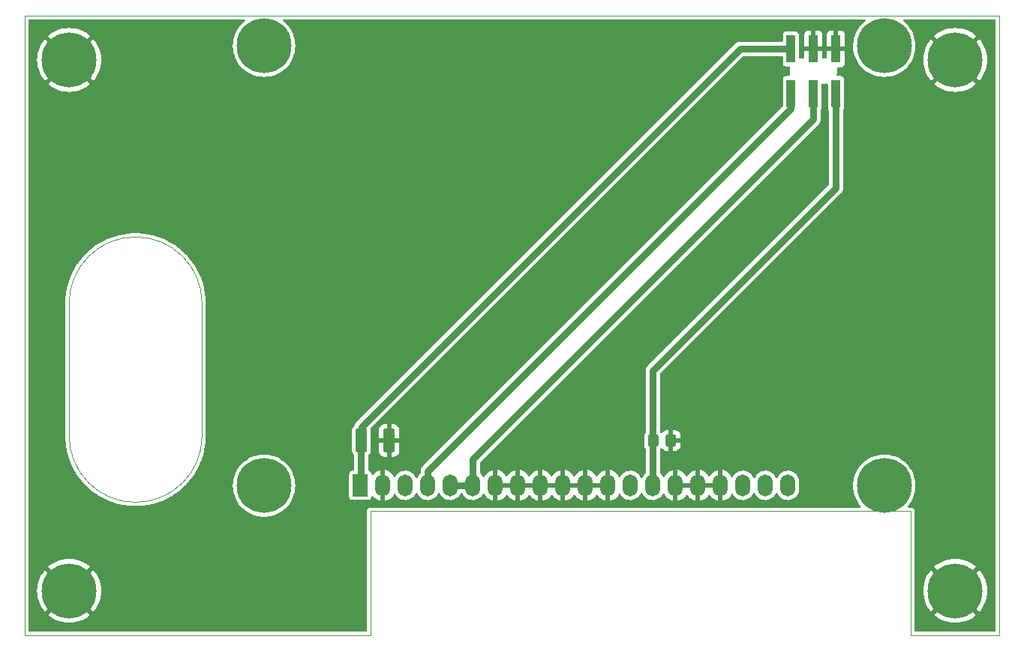
<source format=gbr>
%TF.GenerationSoftware,KiCad,Pcbnew,6.0.6*%
%TF.CreationDate,2023-03-01T19:11:37+01:00*%
%TF.ProjectId,display,64697370-6c61-4792-9e6b-696361645f70,rev?*%
%TF.SameCoordinates,Original*%
%TF.FileFunction,Copper,L2,Bot*%
%TF.FilePolarity,Positive*%
%FSLAX46Y46*%
G04 Gerber Fmt 4.6, Leading zero omitted, Abs format (unit mm)*
G04 Created by KiCad (PCBNEW 6.0.6) date 2023-03-01 19:11:37*
%MOMM*%
%LPD*%
G01*
G04 APERTURE LIST*
%TA.AperFunction,Profile*%
%ADD10C,0.100000*%
%TD*%
%TA.AperFunction,ComponentPad*%
%ADD11C,6.200000*%
%TD*%
%TA.AperFunction,ComponentPad*%
%ADD12R,1.700000X2.500000*%
%TD*%
%TA.AperFunction,ComponentPad*%
%ADD13O,1.700000X2.500000*%
%TD*%
%TA.AperFunction,SMDPad,CuDef*%
%ADD14R,1.000000X3.150000*%
%TD*%
%TA.AperFunction,Conductor*%
%ADD15C,0.800000*%
%TD*%
G04 APERTURE END LIST*
D10*
X70000000Y-112500000D02*
G75*
G03*
X55000000Y-112500000I-7500000J0D01*
G01*
X55000000Y-127500000D02*
G75*
G03*
X70000000Y-127500000I7500000J0D01*
G01*
X55000000Y-112500000D02*
X55000000Y-127500000D01*
X70000000Y-112500000D02*
X70000000Y-127500000D01*
X160000000Y-150000000D02*
X150000000Y-150000000D01*
X150000000Y-136000000D01*
X89000000Y-136000000D01*
X89000000Y-150000000D01*
X50000000Y-150000000D01*
X50000000Y-80000000D01*
X160000000Y-80000000D01*
X160000000Y-150000000D01*
D11*
%TO.P,H3,1,1*%
%TO.N,GND*%
X155000000Y-145000000D03*
%TD*%
%TO.P,DI1,*%
%TO.N,*%
X147000000Y-83410000D03*
X77000000Y-83410000D03*
X77000000Y-133110000D03*
X147000000Y-133110000D03*
D12*
%TO.P,DI1,1,VDD*%
%TO.N,+5V*%
X87862500Y-133080000D03*
D13*
%TO.P,DI1,2,VSS*%
%TO.N,GND*%
X90402500Y-133080000D03*
%TO.P,DI1,3,NC*%
%TO.N,unconnected-(DI1-Pad3)*%
X92942500Y-133080000D03*
%TO.P,DI1,4,DB0*%
%TO.N,/SCL*%
X95482500Y-133080000D03*
%TO.P,DI1,5,DB1*%
%TO.N,/SDA*%
X98022500Y-133080000D03*
%TO.P,DI1,6,DB2*%
X100562500Y-133080000D03*
%TO.P,DI1,7,DB3*%
%TO.N,GND*%
X103102500Y-133080000D03*
%TO.P,DI1,8,DB4*%
X105642500Y-133080000D03*
%TO.P,DI1,9,DB5*%
X108182500Y-133080000D03*
%TO.P,DI1,10,DB6*%
X110722500Y-133080000D03*
%TO.P,DI1,11,DB7*%
X113262500Y-133080000D03*
%TO.P,DI1,12,~{CS}*%
X115802500Y-133080000D03*
%TO.P,DI1,13,NC*%
%TO.N,unconnected-(DI1-Pad13)*%
X118342500Y-133080000D03*
%TO.P,DI1,14,~{RESET}*%
%TO.N,/~{RST_DISP}*%
X120882500Y-133080000D03*
%TO.P,DI1,15,WR*%
%TO.N,GND*%
X123422500Y-133080000D03*
%TO.P,DI1,16,RS*%
X125962500Y-133080000D03*
%TO.P,DI1,17,RD*%
X128502500Y-133080000D03*
%TO.P,DI1,18,NC*%
%TO.N,unconnected-(DI1-Pad18)*%
X131042500Y-133080000D03*
%TO.P,DI1,19,DISP*%
%TO.N,unconnected-(DI1-Pad19)*%
X133582500Y-133080000D03*
%TO.P,DI1,20,NC*%
%TO.N,unconnected-(DI1-Pad20)*%
X136122500Y-133080000D03*
%TD*%
D11*
%TO.P,H2,1,1*%
%TO.N,GND*%
X55000000Y-85000000D03*
%TD*%
%TO.P,H1,1,1*%
%TO.N,GND*%
X55000000Y-145000000D03*
%TD*%
%TO.P,H4,1,1*%
%TO.N,GND*%
X155000000Y-85000000D03*
%TD*%
%TO.P,R1,1*%
%TO.N,/~{RST_DISP}*%
%TA.AperFunction,SMDPad,CuDef*%
G36*
G01*
X120320000Y-128466000D02*
X120320000Y-127566000D01*
G75*
G02*
X120570000Y-127316000I250000J0D01*
G01*
X121270000Y-127316000D01*
G75*
G02*
X121520000Y-127566000I0J-250000D01*
G01*
X121520000Y-128466000D01*
G75*
G02*
X121270000Y-128716000I-250000J0D01*
G01*
X120570000Y-128716000D01*
G75*
G02*
X120320000Y-128466000I0J250000D01*
G01*
G37*
%TD.AperFunction*%
%TO.P,R1,2*%
%TO.N,GND*%
%TA.AperFunction,SMDPad,CuDef*%
G36*
G01*
X122320000Y-128466000D02*
X122320000Y-127566000D01*
G75*
G02*
X122570000Y-127316000I250000J0D01*
G01*
X123270000Y-127316000D01*
G75*
G02*
X123520000Y-127566000I0J-250000D01*
G01*
X123520000Y-128466000D01*
G75*
G02*
X123270000Y-128716000I-250000J0D01*
G01*
X122570000Y-128716000D01*
G75*
G02*
X122320000Y-128466000I0J250000D01*
G01*
G37*
%TD.AperFunction*%
%TD*%
D14*
%TO.P,J1,1,Pin_1*%
%TO.N,+5V*%
X136460000Y-83745000D03*
%TO.P,J1,2,Pin_2*%
%TO.N,GND*%
X139000000Y-83745000D03*
%TO.P,J1,3,Pin_3*%
X141540000Y-83745000D03*
%TO.P,J1,4,Pin_4*%
%TO.N,/SCL*%
X136460000Y-88795000D03*
%TO.P,J1,5,Pin_5*%
%TO.N,/SDA*%
X139000000Y-88795000D03*
%TO.P,J1,6,Pin_6*%
%TO.N,/~{RST_DISP}*%
X141540000Y-88795000D03*
%TD*%
%TO.P,C1,1*%
%TO.N,GND*%
%TA.AperFunction,SMDPad,CuDef*%
G36*
G01*
X91760000Y-126900000D02*
X91760000Y-129100000D01*
G75*
G02*
X91510000Y-129350000I-250000J0D01*
G01*
X90685000Y-129350000D01*
G75*
G02*
X90435000Y-129100000I0J250000D01*
G01*
X90435000Y-126900000D01*
G75*
G02*
X90685000Y-126650000I250000J0D01*
G01*
X91510000Y-126650000D01*
G75*
G02*
X91760000Y-126900000I0J-250000D01*
G01*
G37*
%TD.AperFunction*%
%TO.P,C1,2*%
%TO.N,+5V*%
%TA.AperFunction,SMDPad,CuDef*%
G36*
G01*
X88635000Y-126900000D02*
X88635000Y-129100000D01*
G75*
G02*
X88385000Y-129350000I-250000J0D01*
G01*
X87560000Y-129350000D01*
G75*
G02*
X87310000Y-129100000I0J250000D01*
G01*
X87310000Y-126900000D01*
G75*
G02*
X87560000Y-126650000I250000J0D01*
G01*
X88385000Y-126650000D01*
G75*
G02*
X88635000Y-126900000I0J-250000D01*
G01*
G37*
%TD.AperFunction*%
%TD*%
D15*
%TO.N,+5V*%
X87962500Y-128000000D02*
X87962500Y-132980000D01*
X130755000Y-83745000D02*
X88000000Y-126500000D01*
X136460000Y-83745000D02*
X130755000Y-83745000D01*
X88000000Y-126500000D02*
X88000000Y-127962500D01*
%TO.N,/SCL*%
X136460000Y-88795000D02*
X136460000Y-90489000D01*
X95482500Y-131466500D02*
X95482500Y-133080000D01*
X136460000Y-90489000D02*
X95482500Y-131466500D01*
%TO.N,/SDA*%
X139000000Y-88795000D02*
X139000000Y-91714178D01*
X100562500Y-130151678D02*
X100562500Y-133080000D01*
X139000000Y-91714178D02*
X100562500Y-130151678D01*
X98022500Y-133080000D02*
X100562500Y-133080000D01*
%TO.N,/~{RST_DISP}*%
X141540000Y-99460000D02*
X120882500Y-120117500D01*
X120882500Y-120117500D02*
X120882500Y-133080000D01*
X141540000Y-88795000D02*
X141540000Y-99460000D01*
%TD*%
%TA.AperFunction,Conductor*%
%TO.N,GND*%
G36*
X74838143Y-80430502D02*
G01*
X74884636Y-80484158D01*
X74894740Y-80554432D01*
X74865246Y-80619012D01*
X74849318Y-80634418D01*
X74647793Y-80797610D01*
X74387610Y-81057793D01*
X74156048Y-81343748D01*
X73955645Y-81652341D01*
X73788597Y-81980191D01*
X73726237Y-82142646D01*
X73675495Y-82274834D01*
X73656734Y-82323707D01*
X73561500Y-82679124D01*
X73560984Y-82682385D01*
X73508592Y-83013173D01*
X73503939Y-83042549D01*
X73484682Y-83410000D01*
X73503939Y-83777451D01*
X73561500Y-84140876D01*
X73656734Y-84496293D01*
X73657919Y-84499381D01*
X73657920Y-84499383D01*
X73687139Y-84575502D01*
X73788597Y-84839809D01*
X73955645Y-85167659D01*
X74156048Y-85476252D01*
X74387610Y-85762207D01*
X74647793Y-86022390D01*
X74933748Y-86253952D01*
X75242341Y-86454355D01*
X75570191Y-86621403D01*
X75913707Y-86753266D01*
X76269124Y-86848500D01*
X76462205Y-86879081D01*
X76629301Y-86905547D01*
X76629309Y-86905548D01*
X76632549Y-86906061D01*
X77000000Y-86925318D01*
X77367451Y-86906061D01*
X77370691Y-86905548D01*
X77370699Y-86905547D01*
X77537795Y-86879081D01*
X77730876Y-86848500D01*
X78086293Y-86753266D01*
X78429809Y-86621403D01*
X78757659Y-86454355D01*
X79066252Y-86253952D01*
X79352207Y-86022390D01*
X79612390Y-85762207D01*
X79843952Y-85476252D01*
X80044355Y-85167659D01*
X80211403Y-84839809D01*
X80312861Y-84575502D01*
X80342080Y-84499383D01*
X80342081Y-84499381D01*
X80343266Y-84496293D01*
X80438500Y-84140876D01*
X80496061Y-83777451D01*
X80515318Y-83410000D01*
X80496061Y-83042549D01*
X80491409Y-83013173D01*
X80439016Y-82682385D01*
X80438500Y-82679124D01*
X80343266Y-82323707D01*
X80324506Y-82274834D01*
X80273763Y-82142646D01*
X80211403Y-81980191D01*
X80044355Y-81652341D01*
X79843952Y-81343748D01*
X79612390Y-81057793D01*
X79352207Y-80797610D01*
X79150684Y-80634419D01*
X79110332Y-80576006D01*
X79107966Y-80505049D01*
X79144339Y-80444077D01*
X79207901Y-80412449D01*
X79229978Y-80410500D01*
X144770022Y-80410500D01*
X144838143Y-80430502D01*
X144884636Y-80484158D01*
X144894740Y-80554432D01*
X144865246Y-80619012D01*
X144849318Y-80634418D01*
X144647793Y-80797610D01*
X144387610Y-81057793D01*
X144156048Y-81343748D01*
X143955645Y-81652341D01*
X143788597Y-81980191D01*
X143726237Y-82142646D01*
X143675495Y-82274834D01*
X143656734Y-82323707D01*
X143561500Y-82679124D01*
X143560984Y-82682385D01*
X143508592Y-83013173D01*
X143503939Y-83042549D01*
X143484682Y-83410000D01*
X143503939Y-83777451D01*
X143561500Y-84140876D01*
X143656734Y-84496293D01*
X143657919Y-84499381D01*
X143657920Y-84499383D01*
X143687139Y-84575502D01*
X143788597Y-84839809D01*
X143955645Y-85167659D01*
X144156048Y-85476252D01*
X144387610Y-85762207D01*
X144647793Y-86022390D01*
X144933748Y-86253952D01*
X145242341Y-86454355D01*
X145570191Y-86621403D01*
X145913707Y-86753266D01*
X146269124Y-86848500D01*
X146462205Y-86879081D01*
X146629301Y-86905547D01*
X146629309Y-86905548D01*
X146632549Y-86906061D01*
X147000000Y-86925318D01*
X147367451Y-86906061D01*
X147370691Y-86905548D01*
X147370699Y-86905547D01*
X147537795Y-86879081D01*
X147730876Y-86848500D01*
X148086293Y-86753266D01*
X148429809Y-86621403D01*
X148757659Y-86454355D01*
X149066252Y-86253952D01*
X149352207Y-86022390D01*
X149612390Y-85762207D01*
X149843952Y-85476252D01*
X150044355Y-85167659D01*
X150128100Y-85003301D01*
X151387222Y-85003301D01*
X151406669Y-85374366D01*
X151407355Y-85380904D01*
X151465485Y-85747914D01*
X151466856Y-85754364D01*
X151563024Y-86113271D01*
X151565065Y-86119553D01*
X151698221Y-86466435D01*
X151700903Y-86472460D01*
X151869594Y-86803534D01*
X151872891Y-86809243D01*
X152075259Y-87120864D01*
X152079147Y-87126215D01*
X152262576Y-87352730D01*
X152274834Y-87361198D01*
X152285924Y-87354865D01*
X154627980Y-85012810D01*
X154634357Y-85001131D01*
X155364408Y-85001131D01*
X155364539Y-85002966D01*
X155368790Y-85009580D01*
X157713210Y-87353999D01*
X157726286Y-87361139D01*
X157736654Y-87353682D01*
X157920853Y-87126215D01*
X157924741Y-87120864D01*
X158127109Y-86809243D01*
X158130406Y-86803534D01*
X158299097Y-86472460D01*
X158301779Y-86466435D01*
X158434935Y-86119553D01*
X158436976Y-86113271D01*
X158533144Y-85754364D01*
X158534515Y-85747914D01*
X158592645Y-85380904D01*
X158593331Y-85374366D01*
X158612778Y-85003301D01*
X158612778Y-84996699D01*
X158593331Y-84625634D01*
X158592645Y-84619096D01*
X158534515Y-84252086D01*
X158533144Y-84245636D01*
X158436976Y-83886729D01*
X158434935Y-83880447D01*
X158301779Y-83533565D01*
X158299097Y-83527540D01*
X158130406Y-83196466D01*
X158127109Y-83190756D01*
X157924741Y-82879136D01*
X157920853Y-82873785D01*
X157737424Y-82647270D01*
X157725166Y-82638802D01*
X157714076Y-82645135D01*
X155372020Y-84987190D01*
X155364408Y-85001131D01*
X154634357Y-85001131D01*
X154635592Y-84998869D01*
X154635461Y-84997034D01*
X154631210Y-84990420D01*
X152286790Y-82646001D01*
X152273714Y-82638861D01*
X152263346Y-82646318D01*
X152079147Y-82873785D01*
X152075259Y-82879136D01*
X151872891Y-83190756D01*
X151869594Y-83196466D01*
X151700903Y-83527540D01*
X151698221Y-83533565D01*
X151565065Y-83880447D01*
X151563024Y-83886729D01*
X151466856Y-84245636D01*
X151465485Y-84252086D01*
X151407355Y-84619096D01*
X151406669Y-84625634D01*
X151387222Y-84996699D01*
X151387222Y-85003301D01*
X150128100Y-85003301D01*
X150211403Y-84839809D01*
X150312861Y-84575502D01*
X150342080Y-84499383D01*
X150342081Y-84499381D01*
X150343266Y-84496293D01*
X150438500Y-84140876D01*
X150496061Y-83777451D01*
X150515318Y-83410000D01*
X150496061Y-83042549D01*
X150491409Y-83013173D01*
X150439016Y-82682385D01*
X150438500Y-82679124D01*
X150343266Y-82323707D01*
X150324506Y-82274834D01*
X152638802Y-82274834D01*
X152645135Y-82285924D01*
X154987190Y-84627980D01*
X155001131Y-84635592D01*
X155002966Y-84635461D01*
X155009580Y-84631210D01*
X157353999Y-82286790D01*
X157361139Y-82273714D01*
X157353682Y-82263346D01*
X157126200Y-82079135D01*
X157120885Y-82075273D01*
X156809227Y-81872879D01*
X156803550Y-81869602D01*
X156472460Y-81700903D01*
X156466435Y-81698221D01*
X156119553Y-81565065D01*
X156113271Y-81563024D01*
X155754364Y-81466856D01*
X155747914Y-81465485D01*
X155380904Y-81407355D01*
X155374366Y-81406669D01*
X155003301Y-81387222D01*
X154996699Y-81387222D01*
X154625634Y-81406669D01*
X154619096Y-81407355D01*
X154252086Y-81465485D01*
X154245636Y-81466856D01*
X153886729Y-81563024D01*
X153880447Y-81565065D01*
X153533565Y-81698221D01*
X153527540Y-81700903D01*
X153196466Y-81869594D01*
X153190756Y-81872891D01*
X152879136Y-82075259D01*
X152873785Y-82079147D01*
X152647270Y-82262576D01*
X152638802Y-82274834D01*
X150324506Y-82274834D01*
X150273763Y-82142646D01*
X150211403Y-81980191D01*
X150044355Y-81652341D01*
X149843952Y-81343748D01*
X149612390Y-81057793D01*
X149352207Y-80797610D01*
X149150684Y-80634419D01*
X149110332Y-80576006D01*
X149107966Y-80505049D01*
X149144339Y-80444077D01*
X149207901Y-80412449D01*
X149229978Y-80410500D01*
X159463500Y-80410500D01*
X159531621Y-80430502D01*
X159578114Y-80484158D01*
X159589500Y-80536500D01*
X159589500Y-149463500D01*
X159569498Y-149531621D01*
X159515842Y-149578114D01*
X159463500Y-149589500D01*
X150536500Y-149589500D01*
X150468379Y-149569498D01*
X150421886Y-149515842D01*
X150410500Y-149463500D01*
X150410500Y-147726286D01*
X152638861Y-147726286D01*
X152646318Y-147736654D01*
X152873800Y-147920865D01*
X152879115Y-147924727D01*
X153190773Y-148127121D01*
X153196450Y-148130398D01*
X153527540Y-148299097D01*
X153533565Y-148301779D01*
X153880447Y-148434935D01*
X153886729Y-148436976D01*
X154245636Y-148533144D01*
X154252086Y-148534515D01*
X154619096Y-148592645D01*
X154625634Y-148593331D01*
X154996699Y-148612778D01*
X155003301Y-148612778D01*
X155374366Y-148593331D01*
X155380904Y-148592645D01*
X155747914Y-148534515D01*
X155754364Y-148533144D01*
X156113271Y-148436976D01*
X156119553Y-148434935D01*
X156466435Y-148301779D01*
X156472460Y-148299097D01*
X156803550Y-148130398D01*
X156809227Y-148127121D01*
X157120885Y-147924727D01*
X157126200Y-147920865D01*
X157352730Y-147737424D01*
X157361198Y-147725166D01*
X157354865Y-147714076D01*
X155012810Y-145372020D01*
X154998869Y-145364408D01*
X154997034Y-145364539D01*
X154990420Y-145368790D01*
X152646001Y-147713210D01*
X152638861Y-147726286D01*
X150410500Y-147726286D01*
X150410500Y-145003301D01*
X151387222Y-145003301D01*
X151406669Y-145374366D01*
X151407355Y-145380904D01*
X151465485Y-145747914D01*
X151466856Y-145754364D01*
X151563024Y-146113271D01*
X151565065Y-146119553D01*
X151698221Y-146466435D01*
X151700903Y-146472460D01*
X151869594Y-146803534D01*
X151872891Y-146809244D01*
X152075259Y-147120864D01*
X152079147Y-147126215D01*
X152262576Y-147352730D01*
X152274834Y-147361198D01*
X152285924Y-147354865D01*
X154627980Y-145012810D01*
X154634357Y-145001131D01*
X155364408Y-145001131D01*
X155364539Y-145002966D01*
X155368790Y-145009580D01*
X157713210Y-147353999D01*
X157726286Y-147361139D01*
X157736654Y-147353682D01*
X157920853Y-147126215D01*
X157924741Y-147120864D01*
X158127109Y-146809244D01*
X158130406Y-146803534D01*
X158299097Y-146472460D01*
X158301779Y-146466435D01*
X158434935Y-146119553D01*
X158436976Y-146113271D01*
X158533144Y-145754364D01*
X158534515Y-145747914D01*
X158592645Y-145380904D01*
X158593331Y-145374366D01*
X158612778Y-145003301D01*
X158612778Y-144996699D01*
X158593331Y-144625634D01*
X158592645Y-144619096D01*
X158534515Y-144252086D01*
X158533144Y-144245636D01*
X158436976Y-143886729D01*
X158434935Y-143880447D01*
X158301779Y-143533565D01*
X158299097Y-143527540D01*
X158130406Y-143196466D01*
X158127109Y-143190756D01*
X157924741Y-142879136D01*
X157920853Y-142873785D01*
X157737424Y-142647270D01*
X157725166Y-142638802D01*
X157714076Y-142645135D01*
X155372020Y-144987190D01*
X155364408Y-145001131D01*
X154634357Y-145001131D01*
X154635592Y-144998869D01*
X154635461Y-144997034D01*
X154631210Y-144990420D01*
X152286790Y-142646001D01*
X152273714Y-142638861D01*
X152263346Y-142646318D01*
X152079147Y-142873785D01*
X152075259Y-142879136D01*
X151872891Y-143190756D01*
X151869594Y-143196466D01*
X151700903Y-143527540D01*
X151698221Y-143533565D01*
X151565065Y-143880447D01*
X151563024Y-143886729D01*
X151466856Y-144245636D01*
X151465485Y-144252086D01*
X151407355Y-144619096D01*
X151406669Y-144625634D01*
X151387222Y-144996699D01*
X151387222Y-145003301D01*
X150410500Y-145003301D01*
X150410500Y-142274834D01*
X152638802Y-142274834D01*
X152645135Y-142285924D01*
X154987190Y-144627980D01*
X155001131Y-144635592D01*
X155002966Y-144635461D01*
X155009580Y-144631210D01*
X157353999Y-142286790D01*
X157361139Y-142273714D01*
X157353682Y-142263346D01*
X157126200Y-142079135D01*
X157120885Y-142075273D01*
X156809227Y-141872879D01*
X156803550Y-141869602D01*
X156472460Y-141700903D01*
X156466435Y-141698221D01*
X156119553Y-141565065D01*
X156113271Y-141563024D01*
X155754364Y-141466856D01*
X155747914Y-141465485D01*
X155380904Y-141407355D01*
X155374366Y-141406669D01*
X155003301Y-141387222D01*
X154996699Y-141387222D01*
X154625634Y-141406669D01*
X154619096Y-141407355D01*
X154252086Y-141465485D01*
X154245636Y-141466856D01*
X153886729Y-141563024D01*
X153880447Y-141565065D01*
X153533565Y-141698221D01*
X153527540Y-141700903D01*
X153196466Y-141869594D01*
X153190756Y-141872891D01*
X152879136Y-142075259D01*
X152873785Y-142079147D01*
X152647270Y-142262576D01*
X152638802Y-142274834D01*
X150410500Y-142274834D01*
X150410500Y-136042226D01*
X150412051Y-136022515D01*
X150414066Y-136009793D01*
X150414066Y-136009792D01*
X150415617Y-136000000D01*
X150395275Y-135871567D01*
X150336241Y-135755706D01*
X150244294Y-135663759D01*
X150128433Y-135604725D01*
X150118643Y-135603174D01*
X150118642Y-135603174D01*
X150032307Y-135589500D01*
X150000000Y-135584383D01*
X149990208Y-135585934D01*
X149990207Y-135585934D01*
X149977485Y-135587949D01*
X149957774Y-135589500D01*
X149773474Y-135589500D01*
X149705353Y-135569498D01*
X149658860Y-135515842D01*
X149648756Y-135445568D01*
X149675554Y-135384206D01*
X149840382Y-135180661D01*
X149843952Y-135176252D01*
X150044355Y-134867659D01*
X150211403Y-134539809D01*
X150343266Y-134196293D01*
X150438500Y-133840876D01*
X150469081Y-133647795D01*
X150495547Y-133480699D01*
X150495548Y-133480691D01*
X150496061Y-133477451D01*
X150515318Y-133110000D01*
X150496061Y-132742549D01*
X150471286Y-132586123D01*
X150439016Y-132382385D01*
X150438500Y-132379124D01*
X150343266Y-132023707D01*
X150211403Y-131680191D01*
X150044355Y-131352341D01*
X149843952Y-131043748D01*
X149612390Y-130757793D01*
X149352207Y-130497610D01*
X149066252Y-130266048D01*
X148757659Y-130065645D01*
X148429809Y-129898597D01*
X148086293Y-129766734D01*
X147730876Y-129671500D01*
X147507856Y-129636177D01*
X147370699Y-129614453D01*
X147370691Y-129614452D01*
X147367451Y-129613939D01*
X147000000Y-129594682D01*
X146632549Y-129613939D01*
X146629309Y-129614452D01*
X146629301Y-129614453D01*
X146492144Y-129636177D01*
X146269124Y-129671500D01*
X145913707Y-129766734D01*
X145570191Y-129898597D01*
X145242341Y-130065645D01*
X144933748Y-130266048D01*
X144647793Y-130497610D01*
X144387610Y-130757793D01*
X144156048Y-131043748D01*
X143955645Y-131352341D01*
X143788597Y-131680191D01*
X143656734Y-132023707D01*
X143561500Y-132379124D01*
X143560984Y-132382385D01*
X143528715Y-132586123D01*
X143503939Y-132742549D01*
X143484682Y-133110000D01*
X143503939Y-133477451D01*
X143504452Y-133480691D01*
X143504453Y-133480699D01*
X143530919Y-133647795D01*
X143561500Y-133840876D01*
X143656734Y-134196293D01*
X143788597Y-134539809D01*
X143955645Y-134867659D01*
X144156048Y-135176252D01*
X144159618Y-135180661D01*
X144324446Y-135384206D01*
X144351772Y-135449733D01*
X144339332Y-135519631D01*
X144291078Y-135571708D01*
X144226526Y-135589500D01*
X89042226Y-135589500D01*
X89022515Y-135587949D01*
X89009793Y-135585934D01*
X89009792Y-135585934D01*
X89000000Y-135584383D01*
X88967693Y-135589500D01*
X88881358Y-135603174D01*
X88881357Y-135603174D01*
X88871567Y-135604725D01*
X88755706Y-135663759D01*
X88663759Y-135755706D01*
X88604725Y-135871567D01*
X88584383Y-136000000D01*
X88585934Y-136009792D01*
X88585934Y-136009793D01*
X88587949Y-136022515D01*
X88589500Y-136042226D01*
X88589500Y-149463500D01*
X88569498Y-149531621D01*
X88515842Y-149578114D01*
X88463500Y-149589500D01*
X50536500Y-149589500D01*
X50468379Y-149569498D01*
X50421886Y-149515842D01*
X50410500Y-149463500D01*
X50410500Y-147726286D01*
X52638861Y-147726286D01*
X52646318Y-147736654D01*
X52873800Y-147920865D01*
X52879115Y-147924727D01*
X53190773Y-148127121D01*
X53196450Y-148130398D01*
X53527540Y-148299097D01*
X53533565Y-148301779D01*
X53880447Y-148434935D01*
X53886729Y-148436976D01*
X54245636Y-148533144D01*
X54252086Y-148534515D01*
X54619096Y-148592645D01*
X54625634Y-148593331D01*
X54996699Y-148612778D01*
X55003301Y-148612778D01*
X55374366Y-148593331D01*
X55380904Y-148592645D01*
X55747914Y-148534515D01*
X55754364Y-148533144D01*
X56113271Y-148436976D01*
X56119553Y-148434935D01*
X56466435Y-148301779D01*
X56472460Y-148299097D01*
X56803550Y-148130398D01*
X56809227Y-148127121D01*
X57120885Y-147924727D01*
X57126200Y-147920865D01*
X57352730Y-147737424D01*
X57361198Y-147725166D01*
X57354865Y-147714076D01*
X55012810Y-145372020D01*
X54998869Y-145364408D01*
X54997034Y-145364539D01*
X54990420Y-145368790D01*
X52646001Y-147713210D01*
X52638861Y-147726286D01*
X50410500Y-147726286D01*
X50410500Y-145003301D01*
X51387222Y-145003301D01*
X51406669Y-145374366D01*
X51407355Y-145380904D01*
X51465485Y-145747914D01*
X51466856Y-145754364D01*
X51563024Y-146113271D01*
X51565065Y-146119553D01*
X51698221Y-146466435D01*
X51700903Y-146472460D01*
X51869594Y-146803534D01*
X51872891Y-146809244D01*
X52075259Y-147120864D01*
X52079147Y-147126215D01*
X52262576Y-147352730D01*
X52274834Y-147361198D01*
X52285924Y-147354865D01*
X54627980Y-145012810D01*
X54634357Y-145001131D01*
X55364408Y-145001131D01*
X55364539Y-145002966D01*
X55368790Y-145009580D01*
X57713210Y-147353999D01*
X57726286Y-147361139D01*
X57736654Y-147353682D01*
X57920853Y-147126215D01*
X57924741Y-147120864D01*
X58127109Y-146809244D01*
X58130406Y-146803534D01*
X58299097Y-146472460D01*
X58301779Y-146466435D01*
X58434935Y-146119553D01*
X58436976Y-146113271D01*
X58533144Y-145754364D01*
X58534515Y-145747914D01*
X58592645Y-145380904D01*
X58593331Y-145374366D01*
X58612778Y-145003301D01*
X58612778Y-144996699D01*
X58593331Y-144625634D01*
X58592645Y-144619096D01*
X58534515Y-144252086D01*
X58533144Y-144245636D01*
X58436976Y-143886729D01*
X58434935Y-143880447D01*
X58301779Y-143533565D01*
X58299097Y-143527540D01*
X58130406Y-143196466D01*
X58127109Y-143190756D01*
X57924741Y-142879136D01*
X57920853Y-142873785D01*
X57737424Y-142647270D01*
X57725166Y-142638802D01*
X57714076Y-142645135D01*
X55372020Y-144987190D01*
X55364408Y-145001131D01*
X54634357Y-145001131D01*
X54635592Y-144998869D01*
X54635461Y-144997034D01*
X54631210Y-144990420D01*
X52286790Y-142646001D01*
X52273714Y-142638861D01*
X52263346Y-142646318D01*
X52079147Y-142873785D01*
X52075259Y-142879136D01*
X51872891Y-143190756D01*
X51869594Y-143196466D01*
X51700903Y-143527540D01*
X51698221Y-143533565D01*
X51565065Y-143880447D01*
X51563024Y-143886729D01*
X51466856Y-144245636D01*
X51465485Y-144252086D01*
X51407355Y-144619096D01*
X51406669Y-144625634D01*
X51387222Y-144996699D01*
X51387222Y-145003301D01*
X50410500Y-145003301D01*
X50410500Y-142274834D01*
X52638802Y-142274834D01*
X52645135Y-142285924D01*
X54987190Y-144627980D01*
X55001131Y-144635592D01*
X55002966Y-144635461D01*
X55009580Y-144631210D01*
X57353999Y-142286790D01*
X57361139Y-142273714D01*
X57353682Y-142263346D01*
X57126200Y-142079135D01*
X57120885Y-142075273D01*
X56809227Y-141872879D01*
X56803550Y-141869602D01*
X56472460Y-141700903D01*
X56466435Y-141698221D01*
X56119553Y-141565065D01*
X56113271Y-141563024D01*
X55754364Y-141466856D01*
X55747914Y-141465485D01*
X55380904Y-141407355D01*
X55374366Y-141406669D01*
X55003301Y-141387222D01*
X54996699Y-141387222D01*
X54625634Y-141406669D01*
X54619096Y-141407355D01*
X54252086Y-141465485D01*
X54245636Y-141466856D01*
X53886729Y-141563024D01*
X53880447Y-141565065D01*
X53533565Y-141698221D01*
X53527540Y-141700903D01*
X53196466Y-141869594D01*
X53190756Y-141872891D01*
X52879136Y-142075259D01*
X52873785Y-142079147D01*
X52647270Y-142262576D01*
X52638802Y-142274834D01*
X50410500Y-142274834D01*
X50410500Y-127500000D01*
X54584383Y-127500000D01*
X54584761Y-127502389D01*
X54603959Y-128052145D01*
X54627032Y-128271671D01*
X54659502Y-128580599D01*
X54661709Y-128601600D01*
X54757647Y-129145688D01*
X54758181Y-129147828D01*
X54758181Y-129147830D01*
X54773794Y-129210452D01*
X54891304Y-129681758D01*
X54891986Y-129683857D01*
X54891988Y-129683864D01*
X54995690Y-130003026D01*
X55062030Y-130207200D01*
X55062850Y-130209230D01*
X55062852Y-130209235D01*
X55178522Y-130495525D01*
X55268994Y-130719451D01*
X55350599Y-130886766D01*
X55504564Y-131202443D01*
X55511185Y-131216019D01*
X55787426Y-131694482D01*
X55788654Y-131696302D01*
X55788658Y-131696309D01*
X56017621Y-132035760D01*
X56096370Y-132152510D01*
X56436512Y-132587871D01*
X56450815Y-132603756D01*
X56804723Y-132996812D01*
X56804732Y-132996822D01*
X56806194Y-132998445D01*
X57203616Y-133382231D01*
X57205296Y-133383641D01*
X57205303Y-133383647D01*
X57344256Y-133500242D01*
X57626841Y-133737359D01*
X57628624Y-133738655D01*
X57628635Y-133738663D01*
X58069993Y-134059327D01*
X58073808Y-134062099D01*
X58373432Y-134249325D01*
X58501859Y-134329575D01*
X58542339Y-134354870D01*
X59030151Y-134614244D01*
X59032169Y-134615142D01*
X59032168Y-134615142D01*
X59532873Y-134838071D01*
X59532879Y-134838073D01*
X59534868Y-134838959D01*
X59536917Y-134839705D01*
X59536925Y-134839708D01*
X59904678Y-134973559D01*
X60054031Y-135027919D01*
X60585110Y-135180203D01*
X61125519Y-135295070D01*
X61672624Y-135371961D01*
X61674812Y-135372114D01*
X62221569Y-135410347D01*
X62221573Y-135410347D01*
X62223759Y-135410500D01*
X62776241Y-135410500D01*
X62778427Y-135410347D01*
X62778431Y-135410347D01*
X63325188Y-135372114D01*
X63327376Y-135371961D01*
X63874481Y-135295070D01*
X64414890Y-135180203D01*
X64945969Y-135027919D01*
X65095322Y-134973559D01*
X65463075Y-134839708D01*
X65463083Y-134839705D01*
X65465132Y-134838959D01*
X65467121Y-134838073D01*
X65467127Y-134838071D01*
X65967832Y-134615142D01*
X65967831Y-134615142D01*
X65969849Y-134614244D01*
X66457661Y-134354870D01*
X66498142Y-134329575D01*
X66626568Y-134249325D01*
X66926192Y-134062099D01*
X66930007Y-134059327D01*
X67371365Y-133738663D01*
X67371376Y-133738655D01*
X67373159Y-133737359D01*
X67655744Y-133500242D01*
X67794697Y-133383647D01*
X67794704Y-133383641D01*
X67796384Y-133382231D01*
X68078287Y-133110000D01*
X73484682Y-133110000D01*
X73503939Y-133477451D01*
X73504452Y-133480691D01*
X73504453Y-133480699D01*
X73530919Y-133647795D01*
X73561500Y-133840876D01*
X73656734Y-134196293D01*
X73788597Y-134539809D01*
X73955645Y-134867659D01*
X74156048Y-135176252D01*
X74387610Y-135462207D01*
X74647793Y-135722390D01*
X74933748Y-135953952D01*
X75242341Y-136154355D01*
X75570191Y-136321403D01*
X75913707Y-136453266D01*
X76269124Y-136548500D01*
X76462205Y-136579081D01*
X76629301Y-136605547D01*
X76629309Y-136605548D01*
X76632549Y-136606061D01*
X77000000Y-136625318D01*
X77367451Y-136606061D01*
X77370691Y-136605548D01*
X77370699Y-136605547D01*
X77537795Y-136579081D01*
X77730876Y-136548500D01*
X78086293Y-136453266D01*
X78429809Y-136321403D01*
X78757659Y-136154355D01*
X79066252Y-135953952D01*
X79352207Y-135722390D01*
X79612390Y-135462207D01*
X79843952Y-135176252D01*
X80044355Y-134867659D01*
X80211403Y-134539809D01*
X80343266Y-134196293D01*
X80438500Y-133840876D01*
X80469081Y-133647795D01*
X80495547Y-133480699D01*
X80495548Y-133480691D01*
X80496061Y-133477451D01*
X80515318Y-133110000D01*
X80496061Y-132742549D01*
X80471286Y-132586123D01*
X80439016Y-132382385D01*
X80438500Y-132379124D01*
X80343266Y-132023707D01*
X80256508Y-131797693D01*
X86602000Y-131797693D01*
X86602001Y-134362306D01*
X86602776Y-134367199D01*
X86613304Y-134433673D01*
X86617225Y-134458433D01*
X86676259Y-134574294D01*
X86768206Y-134666241D01*
X86884067Y-134725275D01*
X86893857Y-134726826D01*
X86893858Y-134726826D01*
X86918369Y-134730708D01*
X86980193Y-134740500D01*
X87862321Y-134740500D01*
X88744806Y-134740499D01*
X88768664Y-134736720D01*
X88831135Y-134726827D01*
X88831137Y-134726827D01*
X88840933Y-134725275D01*
X88885167Y-134702737D01*
X88947962Y-134670741D01*
X88947961Y-134670741D01*
X88956794Y-134666241D01*
X89048741Y-134574294D01*
X89107775Y-134458433D01*
X89114653Y-134415011D01*
X89118127Y-134393074D01*
X89148540Y-134328921D01*
X89208808Y-134291394D01*
X89279797Y-134292408D01*
X89340770Y-134333830D01*
X89344015Y-134337866D01*
X89495728Y-134496900D01*
X89503686Y-134503941D01*
X89680025Y-134635141D01*
X89689062Y-134640745D01*
X89884984Y-134740357D01*
X89894835Y-134744357D01*
X90104740Y-134809534D01*
X90115124Y-134811817D01*
X90130543Y-134813861D01*
X90144707Y-134811665D01*
X90148500Y-134798478D01*
X90148500Y-131363808D01*
X90144527Y-131350277D01*
X90133920Y-131348752D01*
X90016079Y-131373477D01*
X90005883Y-131376537D01*
X89801471Y-131457263D01*
X89791939Y-131461994D01*
X89604038Y-131576016D01*
X89595448Y-131582280D01*
X89429448Y-131726327D01*
X89422028Y-131733958D01*
X89340922Y-131832873D01*
X89282262Y-131872868D01*
X89211292Y-131874799D01*
X89150544Y-131838054D01*
X89119039Y-131772691D01*
X89109327Y-131711365D01*
X89109327Y-131711363D01*
X89107775Y-131701567D01*
X89096884Y-131680191D01*
X89053241Y-131594538D01*
X89048741Y-131585706D01*
X88956794Y-131493759D01*
X88894452Y-131461994D01*
X88841797Y-131435165D01*
X88790182Y-131386417D01*
X88773000Y-131322898D01*
X88773000Y-129698323D01*
X88793002Y-129630202D01*
X88809905Y-129609228D01*
X88908588Y-129510545D01*
X88991403Y-129373801D01*
X89026252Y-129262600D01*
X89037210Y-129227634D01*
X89037211Y-129227631D01*
X89039210Y-129221251D01*
X89045500Y-129152795D01*
X89045500Y-129147095D01*
X89927001Y-129147095D01*
X89927338Y-129153614D01*
X89937257Y-129249206D01*
X89940149Y-129262600D01*
X89991588Y-129416784D01*
X89997761Y-129429962D01*
X90083063Y-129567807D01*
X90092099Y-129579208D01*
X90206829Y-129693739D01*
X90218240Y-129702751D01*
X90356243Y-129787816D01*
X90369424Y-129793963D01*
X90523710Y-129845138D01*
X90537086Y-129848005D01*
X90631438Y-129857672D01*
X90637854Y-129858000D01*
X90825385Y-129858000D01*
X90840624Y-129853525D01*
X90841829Y-129852135D01*
X90843500Y-129844452D01*
X90843500Y-129839884D01*
X91351500Y-129839884D01*
X91355975Y-129855123D01*
X91357365Y-129856328D01*
X91365048Y-129857999D01*
X91557095Y-129857999D01*
X91563614Y-129857662D01*
X91659206Y-129847743D01*
X91672600Y-129844851D01*
X91826784Y-129793412D01*
X91839962Y-129787239D01*
X91977807Y-129701937D01*
X91989208Y-129692901D01*
X92103739Y-129578171D01*
X92112751Y-129566760D01*
X92197816Y-129428757D01*
X92203963Y-129415576D01*
X92255138Y-129261290D01*
X92258005Y-129247914D01*
X92267672Y-129153562D01*
X92268000Y-129147146D01*
X92268000Y-128272115D01*
X92263525Y-128256876D01*
X92262135Y-128255671D01*
X92254452Y-128254000D01*
X91369615Y-128254000D01*
X91354376Y-128258475D01*
X91353171Y-128259865D01*
X91351500Y-128267548D01*
X91351500Y-129839884D01*
X90843500Y-129839884D01*
X90843500Y-128272115D01*
X90839025Y-128256876D01*
X90837635Y-128255671D01*
X90829952Y-128254000D01*
X89945116Y-128254000D01*
X89929877Y-128258475D01*
X89928672Y-128259865D01*
X89927001Y-128267548D01*
X89927001Y-129147095D01*
X89045500Y-129147095D01*
X89045499Y-127727885D01*
X89927000Y-127727885D01*
X89931475Y-127743124D01*
X89932865Y-127744329D01*
X89940548Y-127746000D01*
X90825385Y-127746000D01*
X90840624Y-127741525D01*
X90841829Y-127740135D01*
X90843500Y-127732452D01*
X90843500Y-127727885D01*
X91351500Y-127727885D01*
X91355975Y-127743124D01*
X91357365Y-127744329D01*
X91365048Y-127746000D01*
X92249884Y-127746000D01*
X92265123Y-127741525D01*
X92266328Y-127740135D01*
X92267999Y-127732452D01*
X92267999Y-126852905D01*
X92267662Y-126846386D01*
X92257743Y-126750794D01*
X92254851Y-126737400D01*
X92203412Y-126583216D01*
X92197239Y-126570038D01*
X92111937Y-126432193D01*
X92102901Y-126420792D01*
X91988171Y-126306261D01*
X91976760Y-126297249D01*
X91838757Y-126212184D01*
X91825576Y-126206037D01*
X91671290Y-126154862D01*
X91657914Y-126151995D01*
X91563562Y-126142328D01*
X91557145Y-126142000D01*
X91369615Y-126142000D01*
X91354376Y-126146475D01*
X91353171Y-126147865D01*
X91351500Y-126155548D01*
X91351500Y-127727885D01*
X90843500Y-127727885D01*
X90843500Y-126160116D01*
X90839025Y-126144877D01*
X90837635Y-126143672D01*
X90829952Y-126142001D01*
X90637905Y-126142001D01*
X90631386Y-126142338D01*
X90535794Y-126152257D01*
X90522400Y-126155149D01*
X90368216Y-126206588D01*
X90355038Y-126212761D01*
X90217193Y-126298063D01*
X90205792Y-126307099D01*
X90091261Y-126421829D01*
X90082249Y-126433240D01*
X89997184Y-126571243D01*
X89991037Y-126584424D01*
X89939862Y-126738710D01*
X89936995Y-126752086D01*
X89927328Y-126846438D01*
X89927000Y-126852855D01*
X89927000Y-127727885D01*
X89045499Y-127727885D01*
X89045499Y-126847206D01*
X89045234Y-126844314D01*
X89039821Y-126785403D01*
X89039210Y-126778749D01*
X89021051Y-126720804D01*
X89019767Y-126649819D01*
X89052190Y-126594030D01*
X131053815Y-84592405D01*
X131116127Y-84558379D01*
X131142910Y-84555500D01*
X135423501Y-84555500D01*
X135491622Y-84575502D01*
X135538115Y-84629158D01*
X135549501Y-84681500D01*
X135549501Y-85352306D01*
X135564725Y-85448433D01*
X135623759Y-85564294D01*
X135715706Y-85656241D01*
X135831567Y-85715275D01*
X135841357Y-85716826D01*
X135841358Y-85716826D01*
X135868316Y-85721095D01*
X135927693Y-85730500D01*
X136249495Y-85730500D01*
X136317616Y-85750502D01*
X136364109Y-85804158D01*
X136374213Y-85874432D01*
X136369828Y-85893864D01*
X136349005Y-85960926D01*
X136347423Y-85966021D01*
X136315971Y-86203316D01*
X136324952Y-86442518D01*
X136362486Y-86621403D01*
X136370086Y-86657627D01*
X136364498Y-86728404D01*
X136321533Y-86784924D01*
X136254832Y-86809243D01*
X136246771Y-86809501D01*
X135927694Y-86809501D01*
X135922800Y-86810276D01*
X135922801Y-86810276D01*
X135841365Y-86823173D01*
X135841363Y-86823173D01*
X135831567Y-86824725D01*
X135715706Y-86883759D01*
X135623759Y-86975706D01*
X135564725Y-87091567D01*
X135549500Y-87187693D01*
X135549500Y-87192646D01*
X135549501Y-90201089D01*
X135529499Y-90269210D01*
X135512596Y-90290184D01*
X94916014Y-130886766D01*
X94915077Y-130887695D01*
X94850433Y-130950999D01*
X94846617Y-130956921D01*
X94826888Y-130987533D01*
X94819451Y-130997883D01*
X94796718Y-131026361D01*
X94796715Y-131026365D01*
X94792321Y-131031870D01*
X94789255Y-131038212D01*
X94789252Y-131038217D01*
X94777679Y-131062156D01*
X94770153Y-131075568D01*
X94755749Y-131097919D01*
X94755747Y-131097924D01*
X94751932Y-131103843D01*
X94749522Y-131110465D01*
X94737065Y-131144689D01*
X94732104Y-131156433D01*
X94716246Y-131189236D01*
X94716244Y-131189243D01*
X94713180Y-131195580D01*
X94711597Y-131202438D01*
X94711595Y-131202443D01*
X94705615Y-131228349D01*
X94701248Y-131243094D01*
X94689740Y-131274711D01*
X94688858Y-131281697D01*
X94688857Y-131281699D01*
X94684291Y-131317848D01*
X94682055Y-131330401D01*
X94672277Y-131372754D01*
X94672252Y-131379793D01*
X94672252Y-131379797D01*
X94672135Y-131413422D01*
X94672106Y-131414310D01*
X94672000Y-131415143D01*
X94672000Y-131451920D01*
X94671999Y-131452360D01*
X94671810Y-131506574D01*
X94671642Y-131554588D01*
X94671911Y-131555791D01*
X94672000Y-131557435D01*
X94672000Y-131651329D01*
X94651998Y-131719450D01*
X94631285Y-131744078D01*
X94630301Y-131744983D01*
X94625849Y-131748399D01*
X94585445Y-131792803D01*
X94530639Y-131853034D01*
X94474416Y-131914822D01*
X94471439Y-131919568D01*
X94471435Y-131919573D01*
X94438303Y-131972391D01*
X94354847Y-132105432D01*
X94352753Y-132110641D01*
X94352752Y-132110643D01*
X94329384Y-132168773D01*
X94285417Y-132224517D01*
X94218292Y-132247642D01*
X94149321Y-132230805D01*
X94098751Y-132176020D01*
X94031851Y-132035760D01*
X93900549Y-131853034D01*
X93791315Y-131747179D01*
X93742993Y-131700351D01*
X93742990Y-131700349D01*
X93738965Y-131696448D01*
X93671821Y-131651329D01*
X93556858Y-131574077D01*
X93556852Y-131574074D01*
X93552205Y-131570951D01*
X93346173Y-131480509D01*
X93192898Y-131443711D01*
X93132839Y-131429292D01*
X93132838Y-131429292D01*
X93127382Y-131427982D01*
X93015064Y-131421505D01*
X92908353Y-131415352D01*
X92908350Y-131415352D01*
X92902747Y-131415029D01*
X92679368Y-131442061D01*
X92464307Y-131508223D01*
X92459327Y-131510793D01*
X92459323Y-131510795D01*
X92314186Y-131585706D01*
X92264360Y-131611423D01*
X92085849Y-131748399D01*
X92045445Y-131792803D01*
X91994196Y-131849125D01*
X91934416Y-131914822D01*
X91931439Y-131919568D01*
X91931435Y-131919573D01*
X91834086Y-132074762D01*
X91780943Y-132121840D01*
X91710784Y-132132712D01*
X91645884Y-132103928D01*
X91612467Y-132059556D01*
X91595565Y-132022034D01*
X91590394Y-132012744D01*
X91467650Y-131830425D01*
X91460981Y-131822130D01*
X91309272Y-131663100D01*
X91301314Y-131656059D01*
X91124975Y-131524859D01*
X91115938Y-131519255D01*
X90920016Y-131419643D01*
X90910165Y-131415643D01*
X90700260Y-131350466D01*
X90689876Y-131348183D01*
X90674457Y-131346139D01*
X90660293Y-131348335D01*
X90656500Y-131361522D01*
X90656500Y-134796192D01*
X90660473Y-134809723D01*
X90671080Y-134811248D01*
X90788921Y-134786523D01*
X90799117Y-134783463D01*
X91003529Y-134702737D01*
X91013061Y-134698006D01*
X91200962Y-134583984D01*
X91209552Y-134577720D01*
X91375552Y-134433673D01*
X91382972Y-134426042D01*
X91522326Y-134256089D01*
X91528350Y-134247322D01*
X91617655Y-134090436D01*
X91668737Y-134041130D01*
X91738367Y-134027268D01*
X91804438Y-134053251D01*
X91840882Y-134098522D01*
X91853149Y-134124240D01*
X91984451Y-134306966D01*
X92032683Y-134353706D01*
X92140753Y-134458433D01*
X92146035Y-134463552D01*
X92157969Y-134471571D01*
X92328142Y-134585923D01*
X92328148Y-134585926D01*
X92332795Y-134589049D01*
X92538827Y-134679491D01*
X92544285Y-134680801D01*
X92544284Y-134680801D01*
X92735992Y-134726826D01*
X92757618Y-134732018D01*
X92869935Y-134738494D01*
X92976647Y-134744648D01*
X92976650Y-134744648D01*
X92982253Y-134744971D01*
X93205632Y-134717939D01*
X93420693Y-134651777D01*
X93425673Y-134649207D01*
X93425677Y-134649205D01*
X93615657Y-134551149D01*
X93615658Y-134551149D01*
X93620640Y-134548577D01*
X93799151Y-134411601D01*
X93950584Y-134245178D01*
X93953561Y-134240432D01*
X93953565Y-134240427D01*
X94047653Y-134090436D01*
X94070153Y-134054568D01*
X94095616Y-133991227D01*
X94139583Y-133935483D01*
X94206708Y-133912358D01*
X94275679Y-133929195D01*
X94326248Y-133983979D01*
X94393149Y-134124240D01*
X94524451Y-134306966D01*
X94572683Y-134353706D01*
X94680753Y-134458433D01*
X94686035Y-134463552D01*
X94697969Y-134471571D01*
X94868142Y-134585923D01*
X94868148Y-134585926D01*
X94872795Y-134589049D01*
X95078827Y-134679491D01*
X95084285Y-134680801D01*
X95084284Y-134680801D01*
X95275992Y-134726826D01*
X95297618Y-134732018D01*
X95409935Y-134738494D01*
X95516647Y-134744648D01*
X95516650Y-134744648D01*
X95522253Y-134744971D01*
X95745632Y-134717939D01*
X95960693Y-134651777D01*
X95965673Y-134649207D01*
X95965677Y-134649205D01*
X96155657Y-134551149D01*
X96155658Y-134551149D01*
X96160640Y-134548577D01*
X96339151Y-134411601D01*
X96490584Y-134245178D01*
X96493561Y-134240432D01*
X96493565Y-134240427D01*
X96587653Y-134090436D01*
X96610153Y-134054568D01*
X96635616Y-133991227D01*
X96679583Y-133935483D01*
X96746708Y-133912358D01*
X96815679Y-133929195D01*
X96866248Y-133983979D01*
X96933149Y-134124240D01*
X97064451Y-134306966D01*
X97112683Y-134353706D01*
X97220753Y-134458433D01*
X97226035Y-134463552D01*
X97237969Y-134471571D01*
X97408142Y-134585923D01*
X97408148Y-134585926D01*
X97412795Y-134589049D01*
X97618827Y-134679491D01*
X97624285Y-134680801D01*
X97624284Y-134680801D01*
X97815992Y-134726826D01*
X97837618Y-134732018D01*
X97949935Y-134738494D01*
X98056647Y-134744648D01*
X98056650Y-134744648D01*
X98062253Y-134744971D01*
X98285632Y-134717939D01*
X98500693Y-134651777D01*
X98505673Y-134649207D01*
X98505677Y-134649205D01*
X98695657Y-134551149D01*
X98695658Y-134551149D01*
X98700640Y-134548577D01*
X98879151Y-134411601D01*
X99030584Y-134245178D01*
X99033561Y-134240432D01*
X99033565Y-134240427D01*
X99127653Y-134090436D01*
X99150153Y-134054568D01*
X99175616Y-133991227D01*
X99219583Y-133935483D01*
X99286708Y-133912358D01*
X99355679Y-133929195D01*
X99406248Y-133983979D01*
X99473149Y-134124240D01*
X99604451Y-134306966D01*
X99652683Y-134353706D01*
X99760753Y-134458433D01*
X99766035Y-134463552D01*
X99777969Y-134471571D01*
X99948142Y-134585923D01*
X99948148Y-134585926D01*
X99952795Y-134589049D01*
X100158827Y-134679491D01*
X100164285Y-134680801D01*
X100164284Y-134680801D01*
X100355992Y-134726826D01*
X100377618Y-134732018D01*
X100489935Y-134738494D01*
X100596647Y-134744648D01*
X100596650Y-134744648D01*
X100602253Y-134744971D01*
X100825632Y-134717939D01*
X101040693Y-134651777D01*
X101045673Y-134649207D01*
X101045677Y-134649205D01*
X101235657Y-134551149D01*
X101235658Y-134551149D01*
X101240640Y-134548577D01*
X101419151Y-134411601D01*
X101570584Y-134245178D01*
X101573561Y-134240432D01*
X101573565Y-134240427D01*
X101670914Y-134085238D01*
X101724057Y-134038160D01*
X101794216Y-134027288D01*
X101859116Y-134056072D01*
X101892533Y-134100444D01*
X101909435Y-134137966D01*
X101914606Y-134147256D01*
X102037350Y-134329575D01*
X102044019Y-134337870D01*
X102195728Y-134496900D01*
X102203686Y-134503941D01*
X102380025Y-134635141D01*
X102389062Y-134640745D01*
X102584984Y-134740357D01*
X102594835Y-134744357D01*
X102804740Y-134809534D01*
X102815124Y-134811817D01*
X102830543Y-134813861D01*
X102844707Y-134811665D01*
X102848500Y-134798478D01*
X102848500Y-134796192D01*
X103356500Y-134796192D01*
X103360473Y-134809723D01*
X103371080Y-134811248D01*
X103488921Y-134786523D01*
X103499117Y-134783463D01*
X103703529Y-134702737D01*
X103713061Y-134698006D01*
X103900962Y-134583984D01*
X103909552Y-134577720D01*
X104075552Y-134433673D01*
X104082972Y-134426042D01*
X104222326Y-134256089D01*
X104228350Y-134247322D01*
X104262341Y-134187609D01*
X104313423Y-134138303D01*
X104383053Y-134124441D01*
X104449124Y-134150424D01*
X104476363Y-134179574D01*
X104577349Y-134329575D01*
X104584019Y-134337870D01*
X104735728Y-134496900D01*
X104743686Y-134503941D01*
X104920025Y-134635141D01*
X104929062Y-134640745D01*
X105124984Y-134740357D01*
X105134835Y-134744357D01*
X105344740Y-134809534D01*
X105355124Y-134811817D01*
X105370543Y-134813861D01*
X105384707Y-134811665D01*
X105388500Y-134798478D01*
X105388500Y-134796192D01*
X105896500Y-134796192D01*
X105900473Y-134809723D01*
X105911080Y-134811248D01*
X106028921Y-134786523D01*
X106039117Y-134783463D01*
X106243529Y-134702737D01*
X106253061Y-134698006D01*
X106440962Y-134583984D01*
X106449552Y-134577720D01*
X106615552Y-134433673D01*
X106622972Y-134426042D01*
X106762326Y-134256089D01*
X106768350Y-134247322D01*
X106802341Y-134187609D01*
X106853423Y-134138303D01*
X106923053Y-134124441D01*
X106989124Y-134150424D01*
X107016363Y-134179574D01*
X107117349Y-134329575D01*
X107124019Y-134337870D01*
X107275728Y-134496900D01*
X107283686Y-134503941D01*
X107460025Y-134635141D01*
X107469062Y-134640745D01*
X107664984Y-134740357D01*
X107674835Y-134744357D01*
X107884740Y-134809534D01*
X107895124Y-134811817D01*
X107910543Y-134813861D01*
X107924707Y-134811665D01*
X107928500Y-134798478D01*
X107928500Y-134796192D01*
X108436500Y-134796192D01*
X108440473Y-134809723D01*
X108451080Y-134811248D01*
X108568921Y-134786523D01*
X108579117Y-134783463D01*
X108783529Y-134702737D01*
X108793061Y-134698006D01*
X108980962Y-134583984D01*
X108989552Y-134577720D01*
X109155552Y-134433673D01*
X109162972Y-134426042D01*
X109302326Y-134256089D01*
X109308350Y-134247322D01*
X109342341Y-134187609D01*
X109393423Y-134138303D01*
X109463053Y-134124441D01*
X109529124Y-134150424D01*
X109556363Y-134179574D01*
X109657349Y-134329575D01*
X109664019Y-134337870D01*
X109815728Y-134496900D01*
X109823686Y-134503941D01*
X110000025Y-134635141D01*
X110009062Y-134640745D01*
X110204984Y-134740357D01*
X110214835Y-134744357D01*
X110424740Y-134809534D01*
X110435124Y-134811817D01*
X110450543Y-134813861D01*
X110464707Y-134811665D01*
X110468500Y-134798478D01*
X110468500Y-134796192D01*
X110976500Y-134796192D01*
X110980473Y-134809723D01*
X110991080Y-134811248D01*
X111108921Y-134786523D01*
X111119117Y-134783463D01*
X111323529Y-134702737D01*
X111333061Y-134698006D01*
X111520962Y-134583984D01*
X111529552Y-134577720D01*
X111695552Y-134433673D01*
X111702972Y-134426042D01*
X111842326Y-134256089D01*
X111848350Y-134247322D01*
X111882341Y-134187609D01*
X111933423Y-134138303D01*
X112003053Y-134124441D01*
X112069124Y-134150424D01*
X112096363Y-134179574D01*
X112197349Y-134329575D01*
X112204019Y-134337870D01*
X112355728Y-134496900D01*
X112363686Y-134503941D01*
X112540025Y-134635141D01*
X112549062Y-134640745D01*
X112744984Y-134740357D01*
X112754835Y-134744357D01*
X112964740Y-134809534D01*
X112975124Y-134811817D01*
X112990543Y-134813861D01*
X113004707Y-134811665D01*
X113008500Y-134798478D01*
X113008500Y-134796192D01*
X113516500Y-134796192D01*
X113520473Y-134809723D01*
X113531080Y-134811248D01*
X113648921Y-134786523D01*
X113659117Y-134783463D01*
X113863529Y-134702737D01*
X113873061Y-134698006D01*
X114060962Y-134583984D01*
X114069552Y-134577720D01*
X114235552Y-134433673D01*
X114242972Y-134426042D01*
X114382326Y-134256089D01*
X114388350Y-134247322D01*
X114422341Y-134187609D01*
X114473423Y-134138303D01*
X114543053Y-134124441D01*
X114609124Y-134150424D01*
X114636363Y-134179574D01*
X114737349Y-134329575D01*
X114744019Y-134337870D01*
X114895728Y-134496900D01*
X114903686Y-134503941D01*
X115080025Y-134635141D01*
X115089062Y-134640745D01*
X115284984Y-134740357D01*
X115294835Y-134744357D01*
X115504740Y-134809534D01*
X115515124Y-134811817D01*
X115530543Y-134813861D01*
X115544707Y-134811665D01*
X115548500Y-134798478D01*
X115548500Y-133352115D01*
X115544025Y-133336876D01*
X115542635Y-133335671D01*
X115534952Y-133334000D01*
X113534615Y-133334000D01*
X113519376Y-133338475D01*
X113518171Y-133339865D01*
X113516500Y-133347548D01*
X113516500Y-134796192D01*
X113008500Y-134796192D01*
X113008500Y-133352115D01*
X113004025Y-133336876D01*
X113002635Y-133335671D01*
X112994952Y-133334000D01*
X110994615Y-133334000D01*
X110979376Y-133338475D01*
X110978171Y-133339865D01*
X110976500Y-133347548D01*
X110976500Y-134796192D01*
X110468500Y-134796192D01*
X110468500Y-133352115D01*
X110464025Y-133336876D01*
X110462635Y-133335671D01*
X110454952Y-133334000D01*
X108454615Y-133334000D01*
X108439376Y-133338475D01*
X108438171Y-133339865D01*
X108436500Y-133347548D01*
X108436500Y-134796192D01*
X107928500Y-134796192D01*
X107928500Y-133352115D01*
X107924025Y-133336876D01*
X107922635Y-133335671D01*
X107914952Y-133334000D01*
X105914615Y-133334000D01*
X105899376Y-133338475D01*
X105898171Y-133339865D01*
X105896500Y-133347548D01*
X105896500Y-134796192D01*
X105388500Y-134796192D01*
X105388500Y-133352115D01*
X105384025Y-133336876D01*
X105382635Y-133335671D01*
X105374952Y-133334000D01*
X103374615Y-133334000D01*
X103359376Y-133338475D01*
X103358171Y-133339865D01*
X103356500Y-133347548D01*
X103356500Y-134796192D01*
X102848500Y-134796192D01*
X102848500Y-132807885D01*
X103356500Y-132807885D01*
X103360975Y-132823124D01*
X103362365Y-132824329D01*
X103370048Y-132826000D01*
X105370385Y-132826000D01*
X105385624Y-132821525D01*
X105386829Y-132820135D01*
X105388500Y-132812452D01*
X105388500Y-132807885D01*
X105896500Y-132807885D01*
X105900975Y-132823124D01*
X105902365Y-132824329D01*
X105910048Y-132826000D01*
X107910385Y-132826000D01*
X107925624Y-132821525D01*
X107926829Y-132820135D01*
X107928500Y-132812452D01*
X107928500Y-132807885D01*
X108436500Y-132807885D01*
X108440975Y-132823124D01*
X108442365Y-132824329D01*
X108450048Y-132826000D01*
X110450385Y-132826000D01*
X110465624Y-132821525D01*
X110466829Y-132820135D01*
X110468500Y-132812452D01*
X110468500Y-132807885D01*
X110976500Y-132807885D01*
X110980975Y-132823124D01*
X110982365Y-132824329D01*
X110990048Y-132826000D01*
X112990385Y-132826000D01*
X113005624Y-132821525D01*
X113006829Y-132820135D01*
X113008500Y-132812452D01*
X113008500Y-132807885D01*
X113516500Y-132807885D01*
X113520975Y-132823124D01*
X113522365Y-132824329D01*
X113530048Y-132826000D01*
X115530385Y-132826000D01*
X115545624Y-132821525D01*
X115546829Y-132820135D01*
X115548500Y-132812452D01*
X115548500Y-131363808D01*
X115544527Y-131350277D01*
X115533920Y-131348752D01*
X115416079Y-131373477D01*
X115405883Y-131376537D01*
X115201471Y-131457263D01*
X115191939Y-131461994D01*
X115004038Y-131576016D01*
X114995448Y-131582280D01*
X114829448Y-131726327D01*
X114822028Y-131733958D01*
X114682674Y-131903911D01*
X114676650Y-131912678D01*
X114642659Y-131972391D01*
X114591577Y-132021697D01*
X114521947Y-132035559D01*
X114455876Y-132009576D01*
X114428637Y-131980426D01*
X114327651Y-131830425D01*
X114320981Y-131822130D01*
X114169272Y-131663100D01*
X114161314Y-131656059D01*
X113984975Y-131524859D01*
X113975938Y-131519255D01*
X113780016Y-131419643D01*
X113770165Y-131415643D01*
X113560260Y-131350466D01*
X113549876Y-131348183D01*
X113534457Y-131346139D01*
X113520293Y-131348335D01*
X113516500Y-131361522D01*
X113516500Y-132807885D01*
X113008500Y-132807885D01*
X113008500Y-131363808D01*
X113004527Y-131350277D01*
X112993920Y-131348752D01*
X112876079Y-131373477D01*
X112865883Y-131376537D01*
X112661471Y-131457263D01*
X112651939Y-131461994D01*
X112464038Y-131576016D01*
X112455448Y-131582280D01*
X112289448Y-131726327D01*
X112282028Y-131733958D01*
X112142674Y-131903911D01*
X112136650Y-131912678D01*
X112102659Y-131972391D01*
X112051577Y-132021697D01*
X111981947Y-132035559D01*
X111915876Y-132009576D01*
X111888637Y-131980426D01*
X111787651Y-131830425D01*
X111780981Y-131822130D01*
X111629272Y-131663100D01*
X111621314Y-131656059D01*
X111444975Y-131524859D01*
X111435938Y-131519255D01*
X111240016Y-131419643D01*
X111230165Y-131415643D01*
X111020260Y-131350466D01*
X111009876Y-131348183D01*
X110994457Y-131346139D01*
X110980293Y-131348335D01*
X110976500Y-131361522D01*
X110976500Y-132807885D01*
X110468500Y-132807885D01*
X110468500Y-131363808D01*
X110464527Y-131350277D01*
X110453920Y-131348752D01*
X110336079Y-131373477D01*
X110325883Y-131376537D01*
X110121471Y-131457263D01*
X110111939Y-131461994D01*
X109924038Y-131576016D01*
X109915448Y-131582280D01*
X109749448Y-131726327D01*
X109742028Y-131733958D01*
X109602674Y-131903911D01*
X109596650Y-131912678D01*
X109562659Y-131972391D01*
X109511577Y-132021697D01*
X109441947Y-132035559D01*
X109375876Y-132009576D01*
X109348637Y-131980426D01*
X109247651Y-131830425D01*
X109240981Y-131822130D01*
X109089272Y-131663100D01*
X109081314Y-131656059D01*
X108904975Y-131524859D01*
X108895938Y-131519255D01*
X108700016Y-131419643D01*
X108690165Y-131415643D01*
X108480260Y-131350466D01*
X108469876Y-131348183D01*
X108454457Y-131346139D01*
X108440293Y-131348335D01*
X108436500Y-131361522D01*
X108436500Y-132807885D01*
X107928500Y-132807885D01*
X107928500Y-131363808D01*
X107924527Y-131350277D01*
X107913920Y-131348752D01*
X107796079Y-131373477D01*
X107785883Y-131376537D01*
X107581471Y-131457263D01*
X107571939Y-131461994D01*
X107384038Y-131576016D01*
X107375448Y-131582280D01*
X107209448Y-131726327D01*
X107202028Y-131733958D01*
X107062674Y-131903911D01*
X107056650Y-131912678D01*
X107022659Y-131972391D01*
X106971577Y-132021697D01*
X106901947Y-132035559D01*
X106835876Y-132009576D01*
X106808637Y-131980426D01*
X106707651Y-131830425D01*
X106700981Y-131822130D01*
X106549272Y-131663100D01*
X106541314Y-131656059D01*
X106364975Y-131524859D01*
X106355938Y-131519255D01*
X106160016Y-131419643D01*
X106150165Y-131415643D01*
X105940260Y-131350466D01*
X105929876Y-131348183D01*
X105914457Y-131346139D01*
X105900293Y-131348335D01*
X105896500Y-131361522D01*
X105896500Y-132807885D01*
X105388500Y-132807885D01*
X105388500Y-131363808D01*
X105384527Y-131350277D01*
X105373920Y-131348752D01*
X105256079Y-131373477D01*
X105245883Y-131376537D01*
X105041471Y-131457263D01*
X105031939Y-131461994D01*
X104844038Y-131576016D01*
X104835448Y-131582280D01*
X104669448Y-131726327D01*
X104662028Y-131733958D01*
X104522674Y-131903911D01*
X104516650Y-131912678D01*
X104482659Y-131972391D01*
X104431577Y-132021697D01*
X104361947Y-132035559D01*
X104295876Y-132009576D01*
X104268637Y-131980426D01*
X104167651Y-131830425D01*
X104160981Y-131822130D01*
X104009272Y-131663100D01*
X104001314Y-131656059D01*
X103824975Y-131524859D01*
X103815938Y-131519255D01*
X103620016Y-131419643D01*
X103610165Y-131415643D01*
X103400260Y-131350466D01*
X103389876Y-131348183D01*
X103374457Y-131346139D01*
X103360293Y-131348335D01*
X103356500Y-131361522D01*
X103356500Y-132807885D01*
X102848500Y-132807885D01*
X102848500Y-131363808D01*
X102844527Y-131350277D01*
X102833920Y-131348752D01*
X102716079Y-131373477D01*
X102705883Y-131376537D01*
X102501471Y-131457263D01*
X102491939Y-131461994D01*
X102304038Y-131576016D01*
X102295448Y-131582280D01*
X102129448Y-131726327D01*
X102122028Y-131733958D01*
X101982674Y-131903911D01*
X101976650Y-131912678D01*
X101887345Y-132069564D01*
X101836263Y-132118870D01*
X101766633Y-132132732D01*
X101700562Y-132106749D01*
X101664117Y-132061477D01*
X101654265Y-132040822D01*
X101651851Y-132035760D01*
X101520549Y-131853034D01*
X101411315Y-131747179D01*
X101376315Y-131685409D01*
X101373000Y-131656695D01*
X101373000Y-130539588D01*
X101393002Y-130471467D01*
X101409905Y-130450493D01*
X139566486Y-92293912D01*
X139567423Y-92292983D01*
X139627036Y-92234606D01*
X139627037Y-92234605D01*
X139632067Y-92229679D01*
X139655618Y-92193135D01*
X139663055Y-92182785D01*
X139690179Y-92148807D01*
X139704825Y-92118512D01*
X139712347Y-92105109D01*
X139726750Y-92082760D01*
X139726751Y-92082758D01*
X139730568Y-92076835D01*
X139732978Y-92070214D01*
X139732980Y-92070210D01*
X139745440Y-92035979D01*
X139750399Y-92024238D01*
X139769320Y-91985098D01*
X139770903Y-91978242D01*
X139770905Y-91978236D01*
X139776887Y-91952322D01*
X139781254Y-91937580D01*
X139792760Y-91905967D01*
X139798209Y-91862831D01*
X139800445Y-91850278D01*
X139810224Y-91807924D01*
X139810366Y-91767240D01*
X139810395Y-91766363D01*
X139810500Y-91765535D01*
X139810500Y-91728891D01*
X139810859Y-91626090D01*
X139810589Y-91624884D01*
X139810500Y-91623235D01*
X139810500Y-90688024D01*
X139830448Y-90620087D01*
X139836241Y-90614294D01*
X139895275Y-90498433D01*
X139910500Y-90402307D01*
X139910499Y-87789227D01*
X139930501Y-87721106D01*
X139984157Y-87674613D01*
X140058919Y-87665238D01*
X140136780Y-87679318D01*
X140140919Y-87679513D01*
X140140926Y-87679514D01*
X140160357Y-87680430D01*
X140160366Y-87680430D01*
X140161846Y-87680500D01*
X140330106Y-87680500D01*
X140492848Y-87666691D01*
X140562415Y-87680862D01*
X140613278Y-87730395D01*
X140629500Y-87792240D01*
X140629501Y-90402306D01*
X140644725Y-90498433D01*
X140703759Y-90614294D01*
X140706549Y-90617084D01*
X140729294Y-90680829D01*
X140729500Y-90688024D01*
X140729500Y-99072090D01*
X140709498Y-99140211D01*
X140692595Y-99161185D01*
X120316014Y-119537766D01*
X120315077Y-119538695D01*
X120250433Y-119601999D01*
X120246617Y-119607921D01*
X120226888Y-119638533D01*
X120219451Y-119648883D01*
X120196718Y-119677361D01*
X120196715Y-119677365D01*
X120192321Y-119682870D01*
X120189255Y-119689212D01*
X120189252Y-119689217D01*
X120177679Y-119713156D01*
X120170153Y-119726568D01*
X120155749Y-119748919D01*
X120155747Y-119748924D01*
X120151932Y-119754843D01*
X120149522Y-119761465D01*
X120137065Y-119795689D01*
X120132104Y-119807433D01*
X120116246Y-119840236D01*
X120116244Y-119840243D01*
X120113180Y-119846580D01*
X120111597Y-119853438D01*
X120111595Y-119853443D01*
X120105615Y-119879349D01*
X120101248Y-119894094D01*
X120089740Y-119925711D01*
X120088858Y-119932697D01*
X120088857Y-119932699D01*
X120084291Y-119968848D01*
X120082055Y-119981401D01*
X120072277Y-120023754D01*
X120072252Y-120030793D01*
X120072252Y-120030797D01*
X120072135Y-120064422D01*
X120072106Y-120065310D01*
X120072000Y-120066143D01*
X120072000Y-120103074D01*
X120071642Y-120205588D01*
X120071911Y-120206791D01*
X120072000Y-120208435D01*
X120072000Y-127080793D01*
X120051998Y-127148914D01*
X120049648Y-127152219D01*
X120046412Y-127155455D01*
X120042477Y-127161952D01*
X120042475Y-127161955D01*
X119997609Y-127236038D01*
X119963597Y-127292199D01*
X119961325Y-127299449D01*
X119924551Y-127416794D01*
X119915790Y-127444749D01*
X119909500Y-127513205D01*
X119909501Y-128518794D01*
X119915790Y-128587251D01*
X119963597Y-128739801D01*
X120046325Y-128876401D01*
X120046412Y-128876545D01*
X120046388Y-128876560D01*
X120071446Y-128939405D01*
X120072000Y-128951207D01*
X120072000Y-131651329D01*
X120051998Y-131719450D01*
X120031285Y-131744078D01*
X120030301Y-131744983D01*
X120025849Y-131748399D01*
X119985445Y-131792803D01*
X119930639Y-131853034D01*
X119874416Y-131914822D01*
X119871439Y-131919568D01*
X119871435Y-131919573D01*
X119838303Y-131972391D01*
X119754847Y-132105432D01*
X119752753Y-132110641D01*
X119752752Y-132110643D01*
X119729384Y-132168773D01*
X119685417Y-132224517D01*
X119618292Y-132247642D01*
X119549321Y-132230805D01*
X119498751Y-132176020D01*
X119431851Y-132035760D01*
X119300549Y-131853034D01*
X119191315Y-131747179D01*
X119142993Y-131700351D01*
X119142990Y-131700349D01*
X119138965Y-131696448D01*
X119071821Y-131651329D01*
X118956858Y-131574077D01*
X118956852Y-131574074D01*
X118952205Y-131570951D01*
X118746173Y-131480509D01*
X118592898Y-131443711D01*
X118532839Y-131429292D01*
X118532838Y-131429292D01*
X118527382Y-131427982D01*
X118415064Y-131421505D01*
X118308353Y-131415352D01*
X118308350Y-131415352D01*
X118302747Y-131415029D01*
X118079368Y-131442061D01*
X117864307Y-131508223D01*
X117859327Y-131510793D01*
X117859323Y-131510795D01*
X117714186Y-131585706D01*
X117664360Y-131611423D01*
X117485849Y-131748399D01*
X117445445Y-131792803D01*
X117394196Y-131849125D01*
X117334416Y-131914822D01*
X117331439Y-131919568D01*
X117331435Y-131919573D01*
X117234086Y-132074762D01*
X117180943Y-132121840D01*
X117110784Y-132132712D01*
X117045884Y-132103928D01*
X117012467Y-132059556D01*
X116995565Y-132022034D01*
X116990394Y-132012744D01*
X116867650Y-131830425D01*
X116860981Y-131822130D01*
X116709272Y-131663100D01*
X116701314Y-131656059D01*
X116524975Y-131524859D01*
X116515938Y-131519255D01*
X116320016Y-131419643D01*
X116310165Y-131415643D01*
X116100260Y-131350466D01*
X116089876Y-131348183D01*
X116074457Y-131346139D01*
X116060293Y-131348335D01*
X116056500Y-131361522D01*
X116056500Y-134796192D01*
X116060473Y-134809723D01*
X116071080Y-134811248D01*
X116188921Y-134786523D01*
X116199117Y-134783463D01*
X116403529Y-134702737D01*
X116413061Y-134698006D01*
X116600962Y-134583984D01*
X116609552Y-134577720D01*
X116775552Y-134433673D01*
X116782972Y-134426042D01*
X116922326Y-134256089D01*
X116928350Y-134247322D01*
X117017655Y-134090436D01*
X117068737Y-134041130D01*
X117138367Y-134027268D01*
X117204438Y-134053251D01*
X117240882Y-134098522D01*
X117253149Y-134124240D01*
X117384451Y-134306966D01*
X117432683Y-134353706D01*
X117540753Y-134458433D01*
X117546035Y-134463552D01*
X117557969Y-134471571D01*
X117728142Y-134585923D01*
X117728148Y-134585926D01*
X117732795Y-134589049D01*
X117938827Y-134679491D01*
X117944285Y-134680801D01*
X117944284Y-134680801D01*
X118135992Y-134726826D01*
X118157618Y-134732018D01*
X118269935Y-134738494D01*
X118376647Y-134744648D01*
X118376650Y-134744648D01*
X118382253Y-134744971D01*
X118605632Y-134717939D01*
X118820693Y-134651777D01*
X118825673Y-134649207D01*
X118825677Y-134649205D01*
X119015657Y-134551149D01*
X119015658Y-134551149D01*
X119020640Y-134548577D01*
X119199151Y-134411601D01*
X119350584Y-134245178D01*
X119353561Y-134240432D01*
X119353565Y-134240427D01*
X119447653Y-134090436D01*
X119470153Y-134054568D01*
X119495616Y-133991227D01*
X119539583Y-133935483D01*
X119606708Y-133912358D01*
X119675679Y-133929195D01*
X119726248Y-133983979D01*
X119793149Y-134124240D01*
X119924451Y-134306966D01*
X119972683Y-134353706D01*
X120080753Y-134458433D01*
X120086035Y-134463552D01*
X120097969Y-134471571D01*
X120268142Y-134585923D01*
X120268148Y-134585926D01*
X120272795Y-134589049D01*
X120478827Y-134679491D01*
X120484285Y-134680801D01*
X120484284Y-134680801D01*
X120675992Y-134726826D01*
X120697618Y-134732018D01*
X120809935Y-134738494D01*
X120916647Y-134744648D01*
X120916650Y-134744648D01*
X120922253Y-134744971D01*
X121145632Y-134717939D01*
X121360693Y-134651777D01*
X121365673Y-134649207D01*
X121365677Y-134649205D01*
X121555657Y-134551149D01*
X121555658Y-134551149D01*
X121560640Y-134548577D01*
X121739151Y-134411601D01*
X121890584Y-134245178D01*
X121893561Y-134240432D01*
X121893565Y-134240427D01*
X121990914Y-134085238D01*
X122044057Y-134038160D01*
X122114216Y-134027288D01*
X122179116Y-134056072D01*
X122212533Y-134100444D01*
X122229435Y-134137966D01*
X122234606Y-134147256D01*
X122357350Y-134329575D01*
X122364019Y-134337870D01*
X122515728Y-134496900D01*
X122523686Y-134503941D01*
X122700025Y-134635141D01*
X122709062Y-134640745D01*
X122904984Y-134740357D01*
X122914835Y-134744357D01*
X123124740Y-134809534D01*
X123135124Y-134811817D01*
X123150543Y-134813861D01*
X123164707Y-134811665D01*
X123168500Y-134798478D01*
X123168500Y-134796192D01*
X123676500Y-134796192D01*
X123680473Y-134809723D01*
X123691080Y-134811248D01*
X123808921Y-134786523D01*
X123819117Y-134783463D01*
X124023529Y-134702737D01*
X124033061Y-134698006D01*
X124220962Y-134583984D01*
X124229552Y-134577720D01*
X124395552Y-134433673D01*
X124402972Y-134426042D01*
X124542326Y-134256089D01*
X124548350Y-134247322D01*
X124582341Y-134187609D01*
X124633423Y-134138303D01*
X124703053Y-134124441D01*
X124769124Y-134150424D01*
X124796363Y-134179574D01*
X124897349Y-134329575D01*
X124904019Y-134337870D01*
X125055728Y-134496900D01*
X125063686Y-134503941D01*
X125240025Y-134635141D01*
X125249062Y-134640745D01*
X125444984Y-134740357D01*
X125454835Y-134744357D01*
X125664740Y-134809534D01*
X125675124Y-134811817D01*
X125690543Y-134813861D01*
X125704707Y-134811665D01*
X125708500Y-134798478D01*
X125708500Y-134796192D01*
X126216500Y-134796192D01*
X126220473Y-134809723D01*
X126231080Y-134811248D01*
X126348921Y-134786523D01*
X126359117Y-134783463D01*
X126563529Y-134702737D01*
X126573061Y-134698006D01*
X126760962Y-134583984D01*
X126769552Y-134577720D01*
X126935552Y-134433673D01*
X126942972Y-134426042D01*
X127082326Y-134256089D01*
X127088350Y-134247322D01*
X127122341Y-134187609D01*
X127173423Y-134138303D01*
X127243053Y-134124441D01*
X127309124Y-134150424D01*
X127336363Y-134179574D01*
X127437349Y-134329575D01*
X127444019Y-134337870D01*
X127595728Y-134496900D01*
X127603686Y-134503941D01*
X127780025Y-134635141D01*
X127789062Y-134640745D01*
X127984984Y-134740357D01*
X127994835Y-134744357D01*
X128204740Y-134809534D01*
X128215124Y-134811817D01*
X128230543Y-134813861D01*
X128244707Y-134811665D01*
X128248500Y-134798478D01*
X128248500Y-134796192D01*
X128756500Y-134796192D01*
X128760473Y-134809723D01*
X128771080Y-134811248D01*
X128888921Y-134786523D01*
X128899117Y-134783463D01*
X129103529Y-134702737D01*
X129113061Y-134698006D01*
X129300962Y-134583984D01*
X129309552Y-134577720D01*
X129475552Y-134433673D01*
X129482972Y-134426042D01*
X129622326Y-134256089D01*
X129628350Y-134247322D01*
X129717655Y-134090436D01*
X129768737Y-134041130D01*
X129838367Y-134027268D01*
X129904438Y-134053251D01*
X129940882Y-134098522D01*
X129953149Y-134124240D01*
X130084451Y-134306966D01*
X130132683Y-134353706D01*
X130240753Y-134458433D01*
X130246035Y-134463552D01*
X130257969Y-134471571D01*
X130428142Y-134585923D01*
X130428148Y-134585926D01*
X130432795Y-134589049D01*
X130638827Y-134679491D01*
X130644285Y-134680801D01*
X130644284Y-134680801D01*
X130835992Y-134726826D01*
X130857618Y-134732018D01*
X130969935Y-134738494D01*
X131076647Y-134744648D01*
X131076650Y-134744648D01*
X131082253Y-134744971D01*
X131305632Y-134717939D01*
X131520693Y-134651777D01*
X131525673Y-134649207D01*
X131525677Y-134649205D01*
X131715657Y-134551149D01*
X131715658Y-134551149D01*
X131720640Y-134548577D01*
X131899151Y-134411601D01*
X132050584Y-134245178D01*
X132053561Y-134240432D01*
X132053565Y-134240427D01*
X132147653Y-134090436D01*
X132170153Y-134054568D01*
X132195616Y-133991227D01*
X132239583Y-133935483D01*
X132306708Y-133912358D01*
X132375679Y-133929195D01*
X132426248Y-133983979D01*
X132493149Y-134124240D01*
X132624451Y-134306966D01*
X132672683Y-134353706D01*
X132780753Y-134458433D01*
X132786035Y-134463552D01*
X132797969Y-134471571D01*
X132968142Y-134585923D01*
X132968148Y-134585926D01*
X132972795Y-134589049D01*
X133178827Y-134679491D01*
X133184285Y-134680801D01*
X133184284Y-134680801D01*
X133375992Y-134726826D01*
X133397618Y-134732018D01*
X133509935Y-134738494D01*
X133616647Y-134744648D01*
X133616650Y-134744648D01*
X133622253Y-134744971D01*
X133845632Y-134717939D01*
X134060693Y-134651777D01*
X134065673Y-134649207D01*
X134065677Y-134649205D01*
X134255657Y-134551149D01*
X134255658Y-134551149D01*
X134260640Y-134548577D01*
X134439151Y-134411601D01*
X134590584Y-134245178D01*
X134593561Y-134240432D01*
X134593565Y-134240427D01*
X134687653Y-134090436D01*
X134710153Y-134054568D01*
X134735616Y-133991227D01*
X134779583Y-133935483D01*
X134846708Y-133912358D01*
X134915679Y-133929195D01*
X134966248Y-133983979D01*
X135033149Y-134124240D01*
X135164451Y-134306966D01*
X135212683Y-134353706D01*
X135320753Y-134458433D01*
X135326035Y-134463552D01*
X135337969Y-134471571D01*
X135508142Y-134585923D01*
X135508148Y-134585926D01*
X135512795Y-134589049D01*
X135718827Y-134679491D01*
X135724285Y-134680801D01*
X135724284Y-134680801D01*
X135915992Y-134726826D01*
X135937618Y-134732018D01*
X136049935Y-134738494D01*
X136156647Y-134744648D01*
X136156650Y-134744648D01*
X136162253Y-134744971D01*
X136385632Y-134717939D01*
X136600693Y-134651777D01*
X136605673Y-134649207D01*
X136605677Y-134649205D01*
X136795657Y-134551149D01*
X136795658Y-134551149D01*
X136800640Y-134548577D01*
X136979151Y-134411601D01*
X137130584Y-134245178D01*
X137133561Y-134240432D01*
X137133565Y-134240427D01*
X137227653Y-134090436D01*
X137250153Y-134054568D01*
X137334079Y-133845797D01*
X137335774Y-133837615D01*
X137378771Y-133629988D01*
X137379708Y-133625464D01*
X137383000Y-133568368D01*
X137383000Y-132622912D01*
X137381291Y-132603756D01*
X137368592Y-132461477D01*
X137368093Y-132455882D01*
X137347987Y-132382385D01*
X137317104Y-132269500D01*
X137308719Y-132238849D01*
X137304883Y-132230805D01*
X137258104Y-132132732D01*
X137211851Y-132035760D01*
X137080549Y-131853034D01*
X136971315Y-131747179D01*
X136922993Y-131700351D01*
X136922990Y-131700349D01*
X136918965Y-131696448D01*
X136851821Y-131651329D01*
X136736858Y-131574077D01*
X136736852Y-131574074D01*
X136732205Y-131570951D01*
X136526173Y-131480509D01*
X136372898Y-131443711D01*
X136312839Y-131429292D01*
X136312838Y-131429292D01*
X136307382Y-131427982D01*
X136195064Y-131421505D01*
X136088353Y-131415352D01*
X136088350Y-131415352D01*
X136082747Y-131415029D01*
X135859368Y-131442061D01*
X135644307Y-131508223D01*
X135639327Y-131510793D01*
X135639323Y-131510795D01*
X135494186Y-131585706D01*
X135444360Y-131611423D01*
X135265849Y-131748399D01*
X135225445Y-131792803D01*
X135174196Y-131849125D01*
X135114416Y-131914822D01*
X135111439Y-131919568D01*
X135111435Y-131919573D01*
X135078303Y-131972391D01*
X134994847Y-132105432D01*
X134992753Y-132110641D01*
X134992752Y-132110643D01*
X134969384Y-132168773D01*
X134925417Y-132224517D01*
X134858292Y-132247642D01*
X134789321Y-132230805D01*
X134738751Y-132176020D01*
X134671851Y-132035760D01*
X134540549Y-131853034D01*
X134431315Y-131747179D01*
X134382993Y-131700351D01*
X134382990Y-131700349D01*
X134378965Y-131696448D01*
X134311821Y-131651329D01*
X134196858Y-131574077D01*
X134196852Y-131574074D01*
X134192205Y-131570951D01*
X133986173Y-131480509D01*
X133832898Y-131443711D01*
X133772839Y-131429292D01*
X133772838Y-131429292D01*
X133767382Y-131427982D01*
X133655064Y-131421505D01*
X133548353Y-131415352D01*
X133548350Y-131415352D01*
X133542747Y-131415029D01*
X133319368Y-131442061D01*
X133104307Y-131508223D01*
X133099327Y-131510793D01*
X133099323Y-131510795D01*
X132954186Y-131585706D01*
X132904360Y-131611423D01*
X132725849Y-131748399D01*
X132685445Y-131792803D01*
X132634196Y-131849125D01*
X132574416Y-131914822D01*
X132571439Y-131919568D01*
X132571435Y-131919573D01*
X132538303Y-131972391D01*
X132454847Y-132105432D01*
X132452753Y-132110641D01*
X132452752Y-132110643D01*
X132429384Y-132168773D01*
X132385417Y-132224517D01*
X132318292Y-132247642D01*
X132249321Y-132230805D01*
X132198751Y-132176020D01*
X132131851Y-132035760D01*
X132000549Y-131853034D01*
X131891315Y-131747179D01*
X131842993Y-131700351D01*
X131842990Y-131700349D01*
X131838965Y-131696448D01*
X131771821Y-131651329D01*
X131656858Y-131574077D01*
X131656852Y-131574074D01*
X131652205Y-131570951D01*
X131446173Y-131480509D01*
X131292898Y-131443711D01*
X131232839Y-131429292D01*
X131232838Y-131429292D01*
X131227382Y-131427982D01*
X131115064Y-131421505D01*
X131008353Y-131415352D01*
X131008350Y-131415352D01*
X131002747Y-131415029D01*
X130779368Y-131442061D01*
X130564307Y-131508223D01*
X130559327Y-131510793D01*
X130559323Y-131510795D01*
X130414186Y-131585706D01*
X130364360Y-131611423D01*
X130185849Y-131748399D01*
X130145445Y-131792803D01*
X130094196Y-131849125D01*
X130034416Y-131914822D01*
X130031439Y-131919568D01*
X130031435Y-131919573D01*
X129934086Y-132074762D01*
X129880943Y-132121840D01*
X129810784Y-132132712D01*
X129745884Y-132103928D01*
X129712467Y-132059556D01*
X129695565Y-132022034D01*
X129690394Y-132012744D01*
X129567650Y-131830425D01*
X129560981Y-131822130D01*
X129409272Y-131663100D01*
X129401314Y-131656059D01*
X129224975Y-131524859D01*
X129215938Y-131519255D01*
X129020016Y-131419643D01*
X129010165Y-131415643D01*
X128800260Y-131350466D01*
X128789876Y-131348183D01*
X128774457Y-131346139D01*
X128760293Y-131348335D01*
X128756500Y-131361522D01*
X128756500Y-134796192D01*
X128248500Y-134796192D01*
X128248500Y-133352115D01*
X128244025Y-133336876D01*
X128242635Y-133335671D01*
X128234952Y-133334000D01*
X126234615Y-133334000D01*
X126219376Y-133338475D01*
X126218171Y-133339865D01*
X126216500Y-133347548D01*
X126216500Y-134796192D01*
X125708500Y-134796192D01*
X125708500Y-133352115D01*
X125704025Y-133336876D01*
X125702635Y-133335671D01*
X125694952Y-133334000D01*
X123694615Y-133334000D01*
X123679376Y-133338475D01*
X123678171Y-133339865D01*
X123676500Y-133347548D01*
X123676500Y-134796192D01*
X123168500Y-134796192D01*
X123168500Y-132807885D01*
X123676500Y-132807885D01*
X123680975Y-132823124D01*
X123682365Y-132824329D01*
X123690048Y-132826000D01*
X125690385Y-132826000D01*
X125705624Y-132821525D01*
X125706829Y-132820135D01*
X125708500Y-132812452D01*
X125708500Y-132807885D01*
X126216500Y-132807885D01*
X126220975Y-132823124D01*
X126222365Y-132824329D01*
X126230048Y-132826000D01*
X128230385Y-132826000D01*
X128245624Y-132821525D01*
X128246829Y-132820135D01*
X128248500Y-132812452D01*
X128248500Y-131363808D01*
X128244527Y-131350277D01*
X128233920Y-131348752D01*
X128116079Y-131373477D01*
X128105883Y-131376537D01*
X127901471Y-131457263D01*
X127891939Y-131461994D01*
X127704038Y-131576016D01*
X127695448Y-131582280D01*
X127529448Y-131726327D01*
X127522028Y-131733958D01*
X127382674Y-131903911D01*
X127376650Y-131912678D01*
X127342659Y-131972391D01*
X127291577Y-132021697D01*
X127221947Y-132035559D01*
X127155876Y-132009576D01*
X127128637Y-131980426D01*
X127027651Y-131830425D01*
X127020981Y-131822130D01*
X126869272Y-131663100D01*
X126861314Y-131656059D01*
X126684975Y-131524859D01*
X126675938Y-131519255D01*
X126480016Y-131419643D01*
X126470165Y-131415643D01*
X126260260Y-131350466D01*
X126249876Y-131348183D01*
X126234457Y-131346139D01*
X126220293Y-131348335D01*
X126216500Y-131361522D01*
X126216500Y-132807885D01*
X125708500Y-132807885D01*
X125708500Y-131363808D01*
X125704527Y-131350277D01*
X125693920Y-131348752D01*
X125576079Y-131373477D01*
X125565883Y-131376537D01*
X125361471Y-131457263D01*
X125351939Y-131461994D01*
X125164038Y-131576016D01*
X125155448Y-131582280D01*
X124989448Y-131726327D01*
X124982028Y-131733958D01*
X124842674Y-131903911D01*
X124836650Y-131912678D01*
X124802659Y-131972391D01*
X124751577Y-132021697D01*
X124681947Y-132035559D01*
X124615876Y-132009576D01*
X124588637Y-131980426D01*
X124487651Y-131830425D01*
X124480981Y-131822130D01*
X124329272Y-131663100D01*
X124321314Y-131656059D01*
X124144975Y-131524859D01*
X124135938Y-131519255D01*
X123940016Y-131419643D01*
X123930165Y-131415643D01*
X123720260Y-131350466D01*
X123709876Y-131348183D01*
X123694457Y-131346139D01*
X123680293Y-131348335D01*
X123676500Y-131361522D01*
X123676500Y-132807885D01*
X123168500Y-132807885D01*
X123168500Y-131363808D01*
X123164527Y-131350277D01*
X123153920Y-131348752D01*
X123036079Y-131373477D01*
X123025883Y-131376537D01*
X122821471Y-131457263D01*
X122811939Y-131461994D01*
X122624038Y-131576016D01*
X122615448Y-131582280D01*
X122449448Y-131726327D01*
X122442028Y-131733958D01*
X122302674Y-131903911D01*
X122296650Y-131912678D01*
X122207345Y-132069564D01*
X122156263Y-132118870D01*
X122086633Y-132132732D01*
X122020562Y-132106749D01*
X121984117Y-132061477D01*
X121974265Y-132040822D01*
X121971851Y-132035760D01*
X121840549Y-131853034D01*
X121731315Y-131747179D01*
X121696315Y-131685409D01*
X121693000Y-131656695D01*
X121693000Y-129029323D01*
X121713002Y-128961202D01*
X121729905Y-128940228D01*
X121766967Y-128903166D01*
X121829279Y-128869140D01*
X121900094Y-128874205D01*
X121956930Y-128916752D01*
X121963207Y-128925959D01*
X121968065Y-128933810D01*
X121977099Y-128945208D01*
X122091829Y-129059739D01*
X122103240Y-129068751D01*
X122241243Y-129153816D01*
X122254424Y-129159963D01*
X122408710Y-129211138D01*
X122422086Y-129214005D01*
X122516438Y-129223672D01*
X122522854Y-129224000D01*
X122647885Y-129224000D01*
X122663124Y-129219525D01*
X122664329Y-129218135D01*
X122666000Y-129210452D01*
X122666000Y-129205884D01*
X123174000Y-129205884D01*
X123178475Y-129221123D01*
X123179865Y-129222328D01*
X123187548Y-129223999D01*
X123317095Y-129223999D01*
X123323614Y-129223662D01*
X123419206Y-129213743D01*
X123432600Y-129210851D01*
X123586784Y-129159412D01*
X123599962Y-129153239D01*
X123737807Y-129067937D01*
X123749208Y-129058901D01*
X123863739Y-128944171D01*
X123872751Y-128932760D01*
X123957816Y-128794757D01*
X123963963Y-128781576D01*
X124015138Y-128627290D01*
X124018005Y-128613914D01*
X124027672Y-128519562D01*
X124028000Y-128513146D01*
X124028000Y-128288115D01*
X124023525Y-128272876D01*
X124022135Y-128271671D01*
X124014452Y-128270000D01*
X123192115Y-128270000D01*
X123176876Y-128274475D01*
X123175671Y-128275865D01*
X123174000Y-128283548D01*
X123174000Y-129205884D01*
X122666000Y-129205884D01*
X122666000Y-127743885D01*
X123174000Y-127743885D01*
X123178475Y-127759124D01*
X123179865Y-127760329D01*
X123187548Y-127762000D01*
X124009884Y-127762000D01*
X124025123Y-127757525D01*
X124026328Y-127756135D01*
X124027999Y-127748452D01*
X124027999Y-127518905D01*
X124027662Y-127512386D01*
X124017743Y-127416794D01*
X124014851Y-127403400D01*
X123963412Y-127249216D01*
X123957239Y-127236038D01*
X123871937Y-127098193D01*
X123862901Y-127086792D01*
X123748171Y-126972261D01*
X123736760Y-126963249D01*
X123598757Y-126878184D01*
X123585576Y-126872037D01*
X123431290Y-126820862D01*
X123417914Y-126817995D01*
X123323562Y-126808328D01*
X123317145Y-126808000D01*
X123192115Y-126808000D01*
X123176876Y-126812475D01*
X123175671Y-126813865D01*
X123174000Y-126821548D01*
X123174000Y-127743885D01*
X122666000Y-127743885D01*
X122666000Y-126826116D01*
X122661525Y-126810877D01*
X122660135Y-126809672D01*
X122652452Y-126808001D01*
X122522905Y-126808001D01*
X122516386Y-126808338D01*
X122420794Y-126818257D01*
X122407400Y-126821149D01*
X122253216Y-126872588D01*
X122240038Y-126878761D01*
X122102193Y-126964063D01*
X122090792Y-126973099D01*
X121976261Y-127087829D01*
X121967249Y-127099240D01*
X121963229Y-127105762D01*
X121910457Y-127153255D01*
X121840386Y-127164679D01*
X121775262Y-127136405D01*
X121766874Y-127128741D01*
X121729905Y-127091772D01*
X121695879Y-127029460D01*
X121693000Y-127002677D01*
X121693000Y-120505410D01*
X121713002Y-120437289D01*
X121729905Y-120416315D01*
X142106486Y-100039734D01*
X142107423Y-100038805D01*
X142172067Y-99975501D01*
X142175882Y-99969582D01*
X142175888Y-99969574D01*
X142195619Y-99938957D01*
X142203052Y-99928612D01*
X142230180Y-99894629D01*
X142233249Y-99888281D01*
X142244823Y-99864341D01*
X142252349Y-99850929D01*
X142266751Y-99828580D01*
X142270568Y-99822657D01*
X142285438Y-99781804D01*
X142290398Y-99770062D01*
X142309320Y-99730920D01*
X142310903Y-99724064D01*
X142310905Y-99724058D01*
X142316887Y-99698144D01*
X142321254Y-99683402D01*
X142332760Y-99651789D01*
X142338209Y-99608653D01*
X142340445Y-99596100D01*
X142350224Y-99553746D01*
X142350366Y-99513062D01*
X142350395Y-99512185D01*
X142350500Y-99511357D01*
X142350500Y-99474713D01*
X142350859Y-99371912D01*
X142350589Y-99370706D01*
X142350500Y-99369057D01*
X142350500Y-90688024D01*
X142370448Y-90620087D01*
X142376241Y-90614294D01*
X142435275Y-90498433D01*
X142450500Y-90402307D01*
X142450499Y-87726286D01*
X152638861Y-87726286D01*
X152646318Y-87736654D01*
X152873800Y-87920865D01*
X152879115Y-87924727D01*
X153190773Y-88127121D01*
X153196450Y-88130398D01*
X153527540Y-88299097D01*
X153533565Y-88301779D01*
X153880447Y-88434935D01*
X153886729Y-88436976D01*
X154245636Y-88533144D01*
X154252086Y-88534515D01*
X154619096Y-88592645D01*
X154625634Y-88593331D01*
X154996699Y-88612778D01*
X155003301Y-88612778D01*
X155374366Y-88593331D01*
X155380904Y-88592645D01*
X155747914Y-88534515D01*
X155754364Y-88533144D01*
X156113271Y-88436976D01*
X156119553Y-88434935D01*
X156466435Y-88301779D01*
X156472460Y-88299097D01*
X156803550Y-88130398D01*
X156809227Y-88127121D01*
X157120885Y-87924727D01*
X157126200Y-87920865D01*
X157352730Y-87737424D01*
X157361198Y-87725166D01*
X157354865Y-87714076D01*
X155012810Y-85372020D01*
X154998869Y-85364408D01*
X154997034Y-85364539D01*
X154990420Y-85368790D01*
X152646001Y-87713210D01*
X152638861Y-87726286D01*
X142450499Y-87726286D01*
X142450499Y-87187694D01*
X142435275Y-87091567D01*
X142376241Y-86975706D01*
X142284294Y-86883759D01*
X142168433Y-86824725D01*
X142158643Y-86823174D01*
X142158642Y-86823174D01*
X142131684Y-86818905D01*
X142072307Y-86809500D01*
X141750505Y-86809500D01*
X141682384Y-86789498D01*
X141635891Y-86735842D01*
X141625787Y-86665568D01*
X141630172Y-86646136D01*
X141650995Y-86579074D01*
X141652577Y-86573979D01*
X141668234Y-86455852D01*
X141683329Y-86341967D01*
X141683329Y-86341964D01*
X141684029Y-86336684D01*
X141675048Y-86097482D01*
X141659730Y-86024475D01*
X141650372Y-85979872D01*
X141655960Y-85909096D01*
X141698925Y-85852576D01*
X141765627Y-85828257D01*
X141773687Y-85827999D01*
X142084669Y-85827999D01*
X142091490Y-85827629D01*
X142142352Y-85822105D01*
X142157604Y-85818479D01*
X142278054Y-85773324D01*
X142293649Y-85764786D01*
X142395724Y-85688285D01*
X142408285Y-85675724D01*
X142484786Y-85573649D01*
X142493324Y-85558054D01*
X142538478Y-85437606D01*
X142542105Y-85422351D01*
X142547631Y-85371486D01*
X142548000Y-85364672D01*
X142548000Y-84017115D01*
X142543525Y-84001876D01*
X142542135Y-84000671D01*
X142534452Y-83999000D01*
X140550116Y-83999000D01*
X140534877Y-84003475D01*
X140533672Y-84004865D01*
X140532001Y-84012548D01*
X140532001Y-84734673D01*
X140511999Y-84802794D01*
X140458343Y-84849287D01*
X140400068Y-84860533D01*
X140379647Y-84859570D01*
X140379630Y-84859570D01*
X140378154Y-84859500D01*
X140209894Y-84859500D01*
X140144652Y-84865036D01*
X140075085Y-84850865D01*
X140024222Y-84801333D01*
X140008000Y-84739487D01*
X140008000Y-84017115D01*
X140003525Y-84001876D01*
X140002135Y-84000671D01*
X139994452Y-83999000D01*
X138010116Y-83999000D01*
X137994877Y-84003475D01*
X137993672Y-84004865D01*
X137992001Y-84012548D01*
X137992001Y-84734673D01*
X137971999Y-84802794D01*
X137918343Y-84849287D01*
X137860068Y-84860533D01*
X137839647Y-84859570D01*
X137839630Y-84859570D01*
X137838154Y-84859500D01*
X137669894Y-84859500D01*
X137507152Y-84873309D01*
X137437585Y-84859138D01*
X137386722Y-84809605D01*
X137370500Y-84747760D01*
X137370500Y-83472885D01*
X137992000Y-83472885D01*
X137996475Y-83488124D01*
X137997865Y-83489329D01*
X138005548Y-83491000D01*
X138727885Y-83491000D01*
X138743124Y-83486525D01*
X138744329Y-83485135D01*
X138746000Y-83477452D01*
X138746000Y-83472885D01*
X139254000Y-83472885D01*
X139258475Y-83488124D01*
X139259865Y-83489329D01*
X139267548Y-83491000D01*
X139989884Y-83491000D01*
X140005123Y-83486525D01*
X140006328Y-83485135D01*
X140007999Y-83477452D01*
X140007999Y-83472885D01*
X140532000Y-83472885D01*
X140536475Y-83488124D01*
X140537865Y-83489329D01*
X140545548Y-83491000D01*
X141267885Y-83491000D01*
X141283124Y-83486525D01*
X141284329Y-83485135D01*
X141286000Y-83477452D01*
X141286000Y-83472885D01*
X141794000Y-83472885D01*
X141798475Y-83488124D01*
X141799865Y-83489329D01*
X141807548Y-83491000D01*
X142529884Y-83491000D01*
X142545123Y-83486525D01*
X142546328Y-83485135D01*
X142547999Y-83477452D01*
X142547999Y-82125331D01*
X142547629Y-82118510D01*
X142542105Y-82067648D01*
X142538479Y-82052396D01*
X142493324Y-81931946D01*
X142484786Y-81916351D01*
X142408285Y-81814276D01*
X142395724Y-81801715D01*
X142293649Y-81725214D01*
X142278054Y-81716676D01*
X142157606Y-81671522D01*
X142142351Y-81667895D01*
X142091486Y-81662369D01*
X142084672Y-81662000D01*
X141812115Y-81662000D01*
X141796876Y-81666475D01*
X141795671Y-81667865D01*
X141794000Y-81675548D01*
X141794000Y-83472885D01*
X141286000Y-83472885D01*
X141286000Y-81680116D01*
X141281525Y-81664877D01*
X141280135Y-81663672D01*
X141272452Y-81662001D01*
X140995331Y-81662001D01*
X140988510Y-81662371D01*
X140937648Y-81667895D01*
X140922396Y-81671521D01*
X140801946Y-81716676D01*
X140786351Y-81725214D01*
X140684276Y-81801715D01*
X140671715Y-81814276D01*
X140595214Y-81916351D01*
X140586676Y-81931946D01*
X140541522Y-82052394D01*
X140537895Y-82067649D01*
X140532369Y-82118514D01*
X140532000Y-82125328D01*
X140532000Y-83472885D01*
X140007999Y-83472885D01*
X140007999Y-82125331D01*
X140007629Y-82118510D01*
X140002105Y-82067648D01*
X139998479Y-82052396D01*
X139953324Y-81931946D01*
X139944786Y-81916351D01*
X139868285Y-81814276D01*
X139855724Y-81801715D01*
X139753649Y-81725214D01*
X139738054Y-81716676D01*
X139617606Y-81671522D01*
X139602351Y-81667895D01*
X139551486Y-81662369D01*
X139544672Y-81662000D01*
X139272115Y-81662000D01*
X139256876Y-81666475D01*
X139255671Y-81667865D01*
X139254000Y-81675548D01*
X139254000Y-83472885D01*
X138746000Y-83472885D01*
X138746000Y-81680116D01*
X138741525Y-81664877D01*
X138740135Y-81663672D01*
X138732452Y-81662001D01*
X138455331Y-81662001D01*
X138448510Y-81662371D01*
X138397648Y-81667895D01*
X138382396Y-81671521D01*
X138261946Y-81716676D01*
X138246351Y-81725214D01*
X138144276Y-81801715D01*
X138131715Y-81814276D01*
X138055214Y-81916351D01*
X138046676Y-81931946D01*
X138001522Y-82052394D01*
X137997895Y-82067649D01*
X137992369Y-82118514D01*
X137992000Y-82125328D01*
X137992000Y-83472885D01*
X137370500Y-83472885D01*
X137370499Y-82142649D01*
X137370499Y-82137694D01*
X137355275Y-82041567D01*
X137296241Y-81925706D01*
X137204294Y-81833759D01*
X137088433Y-81774725D01*
X137078643Y-81773174D01*
X137078642Y-81773174D01*
X137051684Y-81768905D01*
X136992307Y-81759500D01*
X136460108Y-81759500D01*
X135927694Y-81759501D01*
X135922800Y-81760276D01*
X135922801Y-81760276D01*
X135841365Y-81773173D01*
X135841363Y-81773173D01*
X135831567Y-81774725D01*
X135715706Y-81833759D01*
X135623759Y-81925706D01*
X135564725Y-82041567D01*
X135549500Y-82137693D01*
X135549500Y-82808500D01*
X135529498Y-82876621D01*
X135475842Y-82923114D01*
X135423500Y-82934500D01*
X130764234Y-82934500D01*
X130762915Y-82934493D01*
X130760960Y-82934473D01*
X130672575Y-82933547D01*
X130665689Y-82935036D01*
X130665687Y-82935036D01*
X130656566Y-82937008D01*
X130630083Y-82942734D01*
X130617514Y-82944792D01*
X130574299Y-82949640D01*
X130567652Y-82951955D01*
X130567646Y-82951956D01*
X130542523Y-82960705D01*
X130527714Y-82964867D01*
X130494848Y-82971973D01*
X130455439Y-82990349D01*
X130443644Y-82995138D01*
X130402578Y-83009439D01*
X130396603Y-83013173D01*
X130396602Y-83013173D01*
X130374045Y-83027267D01*
X130360531Y-83034604D01*
X130336432Y-83045842D01*
X130336429Y-83045844D01*
X130330049Y-83048819D01*
X130302842Y-83069923D01*
X130295696Y-83075466D01*
X130285241Y-83082759D01*
X130254351Y-83102062D01*
X130248374Y-83105797D01*
X130243376Y-83110760D01*
X130243375Y-83110761D01*
X130219501Y-83134469D01*
X130218871Y-83135058D01*
X130218205Y-83135575D01*
X130192195Y-83161585D01*
X130157070Y-83196466D01*
X130119349Y-83233924D01*
X130118689Y-83234965D01*
X130117580Y-83236200D01*
X87433514Y-125920266D01*
X87432577Y-125921195D01*
X87367933Y-125984499D01*
X87364117Y-125990421D01*
X87344388Y-126021033D01*
X87336951Y-126031383D01*
X87314218Y-126059861D01*
X87314215Y-126059865D01*
X87309821Y-126065370D01*
X87306755Y-126071712D01*
X87306752Y-126071717D01*
X87295179Y-126095656D01*
X87287653Y-126109068D01*
X87273249Y-126131419D01*
X87273247Y-126131424D01*
X87269432Y-126137343D01*
X87267022Y-126143965D01*
X87254565Y-126178189D01*
X87249604Y-126189933D01*
X87233746Y-126222736D01*
X87233744Y-126222743D01*
X87230680Y-126229080D01*
X87229097Y-126235938D01*
X87229095Y-126235943D01*
X87223115Y-126261849D01*
X87218748Y-126276594D01*
X87207240Y-126308211D01*
X87207240Y-126308212D01*
X87204413Y-126307183D01*
X87175633Y-126357086D01*
X87161827Y-126367655D01*
X87161932Y-126367789D01*
X87155956Y-126372475D01*
X87149455Y-126376412D01*
X87036412Y-126489455D01*
X86953597Y-126626199D01*
X86951325Y-126633449D01*
X86914551Y-126750794D01*
X86905790Y-126778749D01*
X86899500Y-126847205D01*
X86899501Y-129152794D01*
X86899764Y-129155653D01*
X86899764Y-129155661D01*
X86904018Y-129201958D01*
X86905790Y-129221251D01*
X86953597Y-129373801D01*
X87036412Y-129510545D01*
X87115095Y-129589228D01*
X87149121Y-129651540D01*
X87152000Y-129678323D01*
X87152000Y-131293501D01*
X87131998Y-131361622D01*
X87078342Y-131408115D01*
X87026000Y-131419501D01*
X86980194Y-131419501D01*
X86975300Y-131420276D01*
X86975301Y-131420276D01*
X86893865Y-131433173D01*
X86893863Y-131433173D01*
X86884067Y-131434725D01*
X86875230Y-131439228D01*
X86875229Y-131439228D01*
X86830548Y-131461994D01*
X86768206Y-131493759D01*
X86676259Y-131585706D01*
X86617225Y-131701567D01*
X86615674Y-131711357D01*
X86615674Y-131711358D01*
X86613303Y-131726327D01*
X86602000Y-131797693D01*
X80256508Y-131797693D01*
X80211403Y-131680191D01*
X80044355Y-131352341D01*
X79843952Y-131043748D01*
X79612390Y-130757793D01*
X79352207Y-130497610D01*
X79066252Y-130266048D01*
X78757659Y-130065645D01*
X78429809Y-129898597D01*
X78086293Y-129766734D01*
X77730876Y-129671500D01*
X77507856Y-129636177D01*
X77370699Y-129614453D01*
X77370691Y-129614452D01*
X77367451Y-129613939D01*
X77000000Y-129594682D01*
X76632549Y-129613939D01*
X76629309Y-129614452D01*
X76629301Y-129614453D01*
X76492144Y-129636177D01*
X76269124Y-129671500D01*
X75913707Y-129766734D01*
X75570191Y-129898597D01*
X75242341Y-130065645D01*
X74933748Y-130266048D01*
X74647793Y-130497610D01*
X74387610Y-130757793D01*
X74156048Y-131043748D01*
X73955645Y-131352341D01*
X73788597Y-131680191D01*
X73656734Y-132023707D01*
X73561500Y-132379124D01*
X73560984Y-132382385D01*
X73528715Y-132586123D01*
X73503939Y-132742549D01*
X73484682Y-133110000D01*
X68078287Y-133110000D01*
X68193806Y-132998445D01*
X68195268Y-132996822D01*
X68195277Y-132996812D01*
X68549185Y-132603756D01*
X68563488Y-132587871D01*
X68903630Y-132152510D01*
X68982379Y-132035760D01*
X69211342Y-131696309D01*
X69211346Y-131696302D01*
X69212574Y-131694482D01*
X69488815Y-131216019D01*
X69495437Y-131202443D01*
X69649401Y-130886766D01*
X69731006Y-130719451D01*
X69821479Y-130495525D01*
X69937148Y-130209235D01*
X69937150Y-130209230D01*
X69937970Y-130207200D01*
X70004310Y-130003026D01*
X70108012Y-129683864D01*
X70108014Y-129683857D01*
X70108696Y-129681758D01*
X70226206Y-129210452D01*
X70241819Y-129147830D01*
X70241819Y-129147828D01*
X70242353Y-129145688D01*
X70338291Y-128601600D01*
X70340499Y-128580599D01*
X70372968Y-128271671D01*
X70396041Y-128052145D01*
X70406173Y-127762000D01*
X70414935Y-127511103D01*
X70414935Y-127511102D01*
X70415239Y-127502389D01*
X70415617Y-127500000D01*
X70412051Y-127477485D01*
X70410500Y-127457774D01*
X70410500Y-112542226D01*
X70412051Y-112522515D01*
X70414067Y-112509788D01*
X70414067Y-112509786D01*
X70415617Y-112500000D01*
X70415239Y-112497611D01*
X70396041Y-111947855D01*
X70338291Y-111398400D01*
X70242353Y-110854312D01*
X70108696Y-110318242D01*
X69937970Y-109792800D01*
X69731006Y-109280549D01*
X69488815Y-108783981D01*
X69212574Y-108305518D01*
X68903630Y-107847490D01*
X68563488Y-107412129D01*
X68238035Y-107050676D01*
X68195277Y-107003188D01*
X68195268Y-107003178D01*
X68193806Y-107001555D01*
X67796384Y-106617769D01*
X67794704Y-106616359D01*
X67794697Y-106616353D01*
X67594600Y-106448452D01*
X67373159Y-106262641D01*
X67371376Y-106261345D01*
X67371365Y-106261337D01*
X66927980Y-105939200D01*
X66927979Y-105939199D01*
X66926192Y-105937901D01*
X66457661Y-105645130D01*
X65969849Y-105385756D01*
X65913638Y-105360729D01*
X65467127Y-105161929D01*
X65467121Y-105161927D01*
X65465132Y-105161041D01*
X65463083Y-105160295D01*
X65463075Y-105160292D01*
X64948043Y-104972836D01*
X64945969Y-104972081D01*
X64414890Y-104819797D01*
X63874481Y-104704930D01*
X63327376Y-104628039D01*
X63325188Y-104627886D01*
X62778431Y-104589653D01*
X62778427Y-104589653D01*
X62776241Y-104589500D01*
X62223759Y-104589500D01*
X62221573Y-104589653D01*
X62221569Y-104589653D01*
X61674812Y-104627886D01*
X61672624Y-104628039D01*
X61125519Y-104704930D01*
X60585110Y-104819797D01*
X60054031Y-104972081D01*
X60051957Y-104972836D01*
X59536925Y-105160292D01*
X59536917Y-105160295D01*
X59534868Y-105161041D01*
X59532879Y-105161927D01*
X59532873Y-105161929D01*
X59086362Y-105360729D01*
X59030151Y-105385756D01*
X58542339Y-105645130D01*
X58073808Y-105937901D01*
X58072021Y-105939199D01*
X58072020Y-105939200D01*
X57628635Y-106261337D01*
X57628624Y-106261345D01*
X57626841Y-106262641D01*
X57405400Y-106448452D01*
X57205303Y-106616353D01*
X57205296Y-106616359D01*
X57203616Y-106617769D01*
X56806194Y-107001555D01*
X56804732Y-107003178D01*
X56804723Y-107003188D01*
X56761965Y-107050676D01*
X56436512Y-107412129D01*
X56096370Y-107847490D01*
X55787426Y-108305518D01*
X55511185Y-108783981D01*
X55268994Y-109280549D01*
X55062030Y-109792800D01*
X54891304Y-110318242D01*
X54757647Y-110854312D01*
X54661709Y-111398400D01*
X54603959Y-111947855D01*
X54584761Y-112497611D01*
X54584383Y-112500000D01*
X54585933Y-112509786D01*
X54585933Y-112509788D01*
X54587949Y-112522515D01*
X54589500Y-112542226D01*
X54589500Y-127457774D01*
X54587949Y-127477485D01*
X54584383Y-127500000D01*
X50410500Y-127500000D01*
X50410500Y-87726286D01*
X52638861Y-87726286D01*
X52646318Y-87736654D01*
X52873800Y-87920865D01*
X52879115Y-87924727D01*
X53190773Y-88127121D01*
X53196450Y-88130398D01*
X53527540Y-88299097D01*
X53533565Y-88301779D01*
X53880447Y-88434935D01*
X53886729Y-88436976D01*
X54245636Y-88533144D01*
X54252086Y-88534515D01*
X54619096Y-88592645D01*
X54625634Y-88593331D01*
X54996699Y-88612778D01*
X55003301Y-88612778D01*
X55374366Y-88593331D01*
X55380904Y-88592645D01*
X55747914Y-88534515D01*
X55754364Y-88533144D01*
X56113271Y-88436976D01*
X56119553Y-88434935D01*
X56466435Y-88301779D01*
X56472460Y-88299097D01*
X56803550Y-88130398D01*
X56809227Y-88127121D01*
X57120885Y-87924727D01*
X57126200Y-87920865D01*
X57352730Y-87737424D01*
X57361198Y-87725166D01*
X57354865Y-87714076D01*
X55012810Y-85372020D01*
X54998869Y-85364408D01*
X54997034Y-85364539D01*
X54990420Y-85368790D01*
X52646001Y-87713210D01*
X52638861Y-87726286D01*
X50410500Y-87726286D01*
X50410500Y-85003301D01*
X51387222Y-85003301D01*
X51406669Y-85374366D01*
X51407355Y-85380904D01*
X51465485Y-85747914D01*
X51466856Y-85754364D01*
X51563024Y-86113271D01*
X51565065Y-86119553D01*
X51698221Y-86466435D01*
X51700903Y-86472460D01*
X51869594Y-86803534D01*
X51872891Y-86809243D01*
X52075259Y-87120864D01*
X52079147Y-87126215D01*
X52262576Y-87352730D01*
X52274834Y-87361198D01*
X52285924Y-87354865D01*
X54627980Y-85012810D01*
X54634357Y-85001131D01*
X55364408Y-85001131D01*
X55364539Y-85002966D01*
X55368790Y-85009580D01*
X57713210Y-87353999D01*
X57726286Y-87361139D01*
X57736654Y-87353682D01*
X57920853Y-87126215D01*
X57924741Y-87120864D01*
X58127109Y-86809243D01*
X58130406Y-86803534D01*
X58299097Y-86472460D01*
X58301779Y-86466435D01*
X58434935Y-86119553D01*
X58436976Y-86113271D01*
X58533144Y-85754364D01*
X58534515Y-85747914D01*
X58592645Y-85380904D01*
X58593331Y-85374366D01*
X58612778Y-85003301D01*
X58612778Y-84996699D01*
X58593331Y-84625634D01*
X58592645Y-84619096D01*
X58534515Y-84252086D01*
X58533144Y-84245636D01*
X58436976Y-83886729D01*
X58434935Y-83880447D01*
X58301779Y-83533565D01*
X58299097Y-83527540D01*
X58130406Y-83196466D01*
X58127109Y-83190756D01*
X57924741Y-82879136D01*
X57920853Y-82873785D01*
X57737424Y-82647270D01*
X57725166Y-82638802D01*
X57714076Y-82645135D01*
X55372020Y-84987190D01*
X55364408Y-85001131D01*
X54634357Y-85001131D01*
X54635592Y-84998869D01*
X54635461Y-84997034D01*
X54631210Y-84990420D01*
X52286790Y-82646001D01*
X52273714Y-82638861D01*
X52263346Y-82646318D01*
X52079147Y-82873785D01*
X52075259Y-82879136D01*
X51872891Y-83190756D01*
X51869594Y-83196466D01*
X51700903Y-83527540D01*
X51698221Y-83533565D01*
X51565065Y-83880447D01*
X51563024Y-83886729D01*
X51466856Y-84245636D01*
X51465485Y-84252086D01*
X51407355Y-84619096D01*
X51406669Y-84625634D01*
X51387222Y-84996699D01*
X51387222Y-85003301D01*
X50410500Y-85003301D01*
X50410500Y-82274834D01*
X52638802Y-82274834D01*
X52645135Y-82285924D01*
X54987190Y-84627980D01*
X55001131Y-84635592D01*
X55002966Y-84635461D01*
X55009580Y-84631210D01*
X57353999Y-82286790D01*
X57361139Y-82273714D01*
X57353682Y-82263346D01*
X57126200Y-82079135D01*
X57120885Y-82075273D01*
X56809227Y-81872879D01*
X56803550Y-81869602D01*
X56472460Y-81700903D01*
X56466435Y-81698221D01*
X56119553Y-81565065D01*
X56113271Y-81563024D01*
X55754364Y-81466856D01*
X55747914Y-81465485D01*
X55380904Y-81407355D01*
X55374366Y-81406669D01*
X55003301Y-81387222D01*
X54996699Y-81387222D01*
X54625634Y-81406669D01*
X54619096Y-81407355D01*
X54252086Y-81465485D01*
X54245636Y-81466856D01*
X53886729Y-81563024D01*
X53880447Y-81565065D01*
X53533565Y-81698221D01*
X53527540Y-81700903D01*
X53196466Y-81869594D01*
X53190756Y-81872891D01*
X52879136Y-82075259D01*
X52873785Y-82079147D01*
X52647270Y-82262576D01*
X52638802Y-82274834D01*
X50410500Y-82274834D01*
X50410500Y-80536500D01*
X50430502Y-80468379D01*
X50484158Y-80421886D01*
X50536500Y-80410500D01*
X74770022Y-80410500D01*
X74838143Y-80430502D01*
G37*
%TD.AperFunction*%
%TD*%
M02*

</source>
